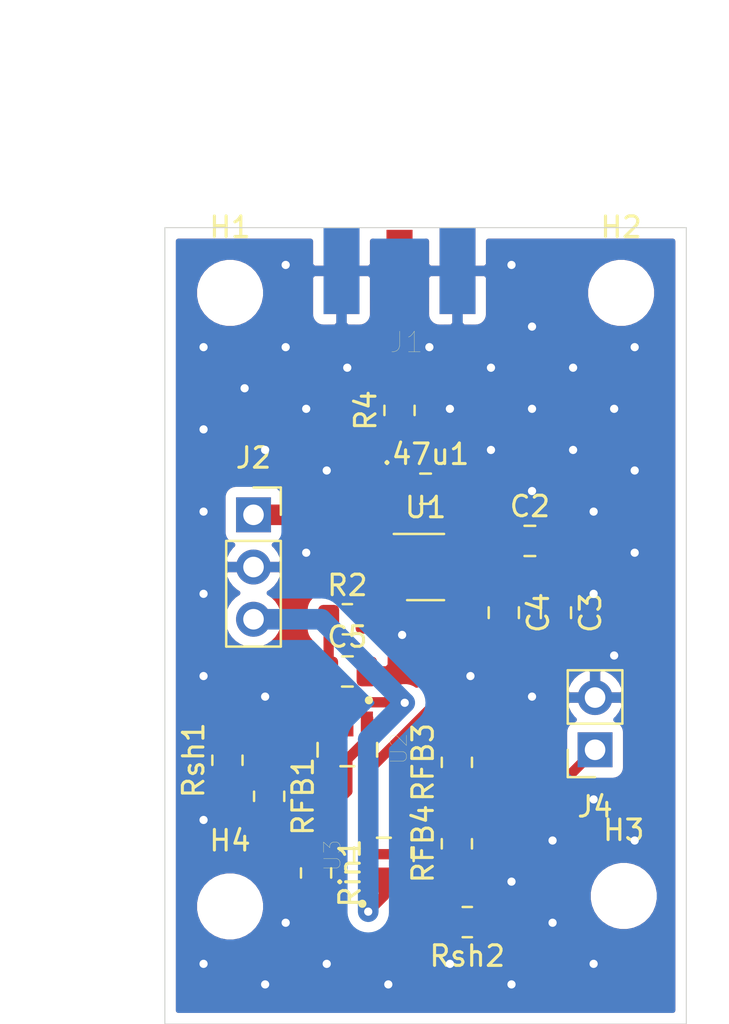
<source format=kicad_pcb>
(kicad_pcb (version 20171130) (host pcbnew "(5.1.9)-1")

  (general
    (thickness 1.6)
    (drawings 4)
    (tracks 122)
    (zones 0)
    (modules 23)
    (nets 15)
  )

  (page A4)
  (layers
    (0 F.Cu signal)
    (31 B.Cu signal)
    (32 B.Adhes user)
    (33 F.Adhes user)
    (34 B.Paste user)
    (35 F.Paste user)
    (36 B.SilkS user)
    (37 F.SilkS user)
    (38 B.Mask user)
    (39 F.Mask user)
    (40 Dwgs.User user)
    (41 Cmts.User user)
    (42 Eco1.User user)
    (43 Eco2.User user)
    (44 Edge.Cuts user)
    (45 Margin user)
    (46 B.CrtYd user)
    (47 F.CrtYd user)
    (48 B.Fab user)
    (49 F.Fab user)
  )

  (setup
    (last_trace_width 0.25)
    (user_trace_width 0.5)
    (user_trace_width 0.75)
    (user_trace_width 1)
    (trace_clearance 0.2)
    (zone_clearance 0.508)
    (zone_45_only no)
    (trace_min 0.2)
    (via_size 0.8)
    (via_drill 0.4)
    (via_min_size 0.4)
    (via_min_drill 0.3)
    (uvia_size 0.3)
    (uvia_drill 0.1)
    (uvias_allowed no)
    (uvia_min_size 0.2)
    (uvia_min_drill 0.1)
    (edge_width 0.05)
    (segment_width 0.2)
    (pcb_text_width 0.3)
    (pcb_text_size 1.5 1.5)
    (mod_edge_width 0.12)
    (mod_text_size 1 1)
    (mod_text_width 0.15)
    (pad_size 1.524 1.524)
    (pad_drill 0.762)
    (pad_to_mask_clearance 0)
    (aux_axis_origin 0 0)
    (visible_elements 7FFFFFFF)
    (pcbplotparams
      (layerselection 0x010fc_ffffffff)
      (usegerberextensions false)
      (usegerberattributes true)
      (usegerberadvancedattributes true)
      (creategerberjobfile true)
      (excludeedgelayer true)
      (linewidth 0.100000)
      (plotframeref false)
      (viasonmask false)
      (mode 1)
      (useauxorigin false)
      (hpglpennumber 1)
      (hpglpenspeed 20)
      (hpglpendiameter 15.000000)
      (psnegative false)
      (psa4output false)
      (plotreference true)
      (plotvalue true)
      (plotinvisibletext false)
      (padsonsilk false)
      (subtractmaskfromsilk false)
      (outputformat 1)
      (mirror false)
      (drillshape 0)
      (scaleselection 1)
      (outputdirectory "Gerber/"))
  )

  (net 0 "")
  (net 1 VCC)
  (net 2 "Net-(C2-Pad1)")
  (net 3 GND)
  (net 4 "Net-(C5-Pad1)")
  (net 5 "Net-(J1-Pad1)")
  (net 6 VEE)
  (net 7 "Net-(J4-Pad1)")
  (net 8 "Net-(R2-Pad2)")
  (net 9 "Net-(RFB1-Pad2)")
  (net 10 "Net-(RFB1-Pad1)")
  (net 11 "Net-(RFB3-Pad1)")
  (net 12 "Net-(Rin1-Pad2)")
  (net 13 "Net-(.47u1-Pad2)")
  (net 14 "Net-(.47u1-Pad1)")

  (net_class Default "This is the default net class."
    (clearance 0.2)
    (trace_width 0.25)
    (via_dia 0.8)
    (via_drill 0.4)
    (uvia_dia 0.3)
    (uvia_drill 0.1)
    (add_net GND)
    (add_net "Net-(.47u1-Pad1)")
    (add_net "Net-(.47u1-Pad2)")
    (add_net "Net-(C2-Pad1)")
    (add_net "Net-(C5-Pad1)")
    (add_net "Net-(J1-Pad1)")
    (add_net "Net-(J4-Pad1)")
    (add_net "Net-(R2-Pad2)")
    (add_net "Net-(RFB1-Pad1)")
    (add_net "Net-(RFB1-Pad2)")
    (add_net "Net-(RFB3-Pad1)")
    (add_net "Net-(Rin1-Pad2)")
    (add_net VCC)
    (add_net VEE)
  )

  (module AdditionalLibs:SOT95P280X145-5N (layer F.Cu) (tedit 601AE686) (tstamp 60528F95)
    (at 117.348 104.14 90)
    (path /605221CE)
    (fp_text reference U3 (at -0.06 -2.508 90) (layer F.SilkS)
      (effects (font (size 0.8 0.8) (thickness 0.015)))
    )
    (fp_text value LMV116MF (at 5.528 2.508 90) (layer F.Fab)
      (effects (font (size 0.8 0.8) (thickness 0.015)))
    )
    (fp_circle (center -2.41 -1.05) (end -2.31 -1.05) (layer F.SilkS) (width 0.2))
    (fp_circle (center -2.41 -1.05) (end -2.31 -1.05) (layer F.Fab) (width 0.2))
    (fp_line (start -0.33 -1.45) (end 0.33 -1.45) (layer F.SilkS) (width 0.127))
    (fp_line (start 0.8 -0.335) (end 0.8 0.335) (layer F.SilkS) (width 0.127))
    (fp_line (start 0.33 1.45) (end -0.33 1.45) (layer F.SilkS) (width 0.127))
    (fp_line (start -0.8 1.45) (end -0.8 -1.45) (layer F.Fab) (width 0.127))
    (fp_line (start 0.8 -1.45) (end 0.8 1.45) (layer F.Fab) (width 0.127))
    (fp_line (start -0.8 -1.45) (end 0.8 -1.45) (layer F.Fab) (width 0.127))
    (fp_line (start 0.8 1.45) (end -0.8 1.45) (layer F.Fab) (width 0.127))
    (fp_line (start -2.11 -1.7) (end 2.11 -1.7) (layer F.CrtYd) (width 0.05))
    (fp_line (start 2.11 -1.7) (end 2.11 1.7) (layer F.CrtYd) (width 0.05))
    (fp_line (start 2.11 1.7) (end -2.11 1.7) (layer F.CrtYd) (width 0.05))
    (fp_line (start -2.11 1.7) (end -2.11 -1.7) (layer F.CrtYd) (width 0.05))
    (pad 5 smd rect (at 1.255 -0.95 90) (size 1.21 0.59) (layers F.Cu F.Paste F.Mask)
      (net 1 VCC))
    (pad 4 smd rect (at 1.255 0.95 90) (size 1.21 0.59) (layers F.Cu F.Paste F.Mask)
      (net 11 "Net-(RFB3-Pad1)"))
    (pad 3 smd rect (at -1.255 0.95 90) (size 1.21 0.59) (layers F.Cu F.Paste F.Mask)
      (net 12 "Net-(Rin1-Pad2)"))
    (pad 2 smd rect (at -1.255 0 90) (size 1.21 0.59) (layers F.Cu F.Paste F.Mask)
      (net 6 VEE))
    (pad 1 smd rect (at -1.255 -0.95 90) (size 1.21 0.59) (layers F.Cu F.Paste F.Mask)
      (net 7 "Net-(J4-Pad1)"))
  )

  (module AdditionalLibs:SOT95P280X145-5N (layer F.Cu) (tedit 601AE686) (tstamp 60528F7F)
    (at 115.57 99.06 270)
    (path /60521EF1)
    (fp_text reference U2 (at -0.06 -2.508 90) (layer F.SilkS)
      (effects (font (size 0.8 0.8) (thickness 0.015)))
    )
    (fp_text value LMV116MF (at 5.528 2.508 90) (layer F.Fab)
      (effects (font (size 0.8 0.8) (thickness 0.015)))
    )
    (fp_circle (center -2.41 -1.05) (end -2.31 -1.05) (layer F.SilkS) (width 0.2))
    (fp_circle (center -2.41 -1.05) (end -2.31 -1.05) (layer F.Fab) (width 0.2))
    (fp_line (start -0.33 -1.45) (end 0.33 -1.45) (layer F.SilkS) (width 0.127))
    (fp_line (start 0.8 -0.335) (end 0.8 0.335) (layer F.SilkS) (width 0.127))
    (fp_line (start 0.33 1.45) (end -0.33 1.45) (layer F.SilkS) (width 0.127))
    (fp_line (start -0.8 1.45) (end -0.8 -1.45) (layer F.Fab) (width 0.127))
    (fp_line (start 0.8 -1.45) (end 0.8 1.45) (layer F.Fab) (width 0.127))
    (fp_line (start -0.8 -1.45) (end 0.8 -1.45) (layer F.Fab) (width 0.127))
    (fp_line (start 0.8 1.45) (end -0.8 1.45) (layer F.Fab) (width 0.127))
    (fp_line (start -2.11 -1.7) (end 2.11 -1.7) (layer F.CrtYd) (width 0.05))
    (fp_line (start 2.11 -1.7) (end 2.11 1.7) (layer F.CrtYd) (width 0.05))
    (fp_line (start 2.11 1.7) (end -2.11 1.7) (layer F.CrtYd) (width 0.05))
    (fp_line (start -2.11 1.7) (end -2.11 -1.7) (layer F.CrtYd) (width 0.05))
    (pad 5 smd rect (at 1.255 -0.95 270) (size 1.21 0.59) (layers F.Cu F.Paste F.Mask)
      (net 1 VCC))
    (pad 4 smd rect (at 1.255 0.95 270) (size 1.21 0.59) (layers F.Cu F.Paste F.Mask)
      (net 10 "Net-(RFB1-Pad1)"))
    (pad 3 smd rect (at -1.255 0.95 270) (size 1.21 0.59) (layers F.Cu F.Paste F.Mask)
      (net 4 "Net-(C5-Pad1)"))
    (pad 2 smd rect (at -1.255 0 270) (size 1.21 0.59) (layers F.Cu F.Paste F.Mask)
      (net 6 VEE))
    (pad 1 smd rect (at -1.255 -0.95 270) (size 1.21 0.59) (layers F.Cu F.Paste F.Mask)
      (net 9 "Net-(RFB1-Pad2)"))
  )

  (module AdditionalLibs:SAMTEC_SMA-J-P-H-ST-EM1 (layer F.Cu) (tedit 60249D12) (tstamp 60528E9E)
    (at 118.11 75.565 180)
    (path /6052E768)
    (fp_text reference J1 (at -0.34105 -3.66967) (layer F.SilkS)
      (effects (font (size 1 1) (thickness 0.015)))
    )
    (fp_text value SMA-J-P-H-ST-EM1 (at 11.20429 12.3677) (layer F.Fab)
      (effects (font (size 1 1) (thickness 0.015)))
    )
    (fp_line (start 3.165 1.9) (end 3.165 11.42) (layer F.Fab) (width 0.1))
    (fp_line (start 3.165 11.42) (end -3.165 11.42) (layer F.Fab) (width 0.1))
    (fp_line (start -3.165 11.42) (end -3.165 1.9) (layer F.Fab) (width 0.1))
    (fp_line (start -5 1.9) (end -3.165 1.9) (layer F.Fab) (width 0.1))
    (fp_line (start -3.165 1.9) (end 3.165 1.9) (layer F.Fab) (width 0.1))
    (fp_line (start 3.165 1.9) (end 5 1.9) (layer F.Fab) (width 0.1))
    (fp_line (start -3.165 1.9) (end -3.175 -1.91) (layer F.Fab) (width 0.1))
    (fp_line (start -3.175 -1.91) (end 3.175 -1.91) (layer F.Fab) (width 0.1))
    (fp_line (start 3.175 -1.91) (end 3.165 1.9) (layer F.Fab) (width 0.1))
    (fp_line (start -3.75 -2.55) (end 3.75 -2.55) (layer F.CrtYd) (width 0.05))
    (fp_line (start 3.75 -2.55) (end 3.75 2.15) (layer F.CrtYd) (width 0.05))
    (fp_line (start 3.75 2.15) (end 3.415 2.15) (layer F.CrtYd) (width 0.05))
    (fp_line (start 3.415 2.15) (end 3.415 11.67) (layer F.CrtYd) (width 0.05))
    (fp_line (start 3.415 11.67) (end -3.415 11.67) (layer F.CrtYd) (width 0.05))
    (fp_line (start -3.415 11.67) (end -3.415 2.15) (layer F.CrtYd) (width 0.05))
    (fp_line (start -3.415 2.15) (end -3.75 2.15) (layer F.CrtYd) (width 0.05))
    (fp_line (start -3.75 2.15) (end -3.75 -2.55) (layer F.CrtYd) (width 0.05))
    (fp_text user PCB~EDGE (at 4.30403 1.70159) (layer F.Fab)
      (effects (font (size 0.48 0.48) (thickness 0.015)))
    )
    (pad 3_2 smd rect (at 2.825 -0.2 180) (size 1.75 4.2) (layers B.Cu B.Paste B.Mask)
      (net 3 GND))
    (pad 2_2 smd rect (at -2.825 -0.2 180) (size 1.75 4.2) (layers B.Cu B.Paste B.Mask)
      (net 3 GND))
    (pad 3_1 smd rect (at 2.825 -0.2 180) (size 1.75 4.2) (layers F.Cu F.Paste F.Mask)
      (net 3 GND))
    (pad 2_1 smd rect (at -2.825 -0.2 180) (size 1.75 4.2) (layers F.Cu F.Paste F.Mask)
      (net 3 GND))
    (pad 1 smd rect (at 0 0 180) (size 1.27 3.6) (layers F.Cu F.Paste F.Mask)
      (net 5 "Net-(J1-Pad1)"))
  )

  (module Capacitor_SMD:C_0805_2012Metric (layer F.Cu) (tedit 5F68FEEE) (tstamp 605298DD)
    (at 119.38 86.36)
    (descr "Capacitor SMD 0805 (2012 Metric), square (rectangular) end terminal, IPC_7351 nominal, (Body size source: IPC-SM-782 page 76, https://www.pcb-3d.com/wordpress/wp-content/uploads/ipc-sm-782a_amendment_1_and_2.pdf, https://docs.google.com/spreadsheets/d/1BsfQQcO9C6DZCsRaXUlFlo91Tg2WpOkGARC1WS5S8t0/edit?usp=sharing), generated with kicad-footprint-generator")
    (tags capacitor)
    (path /6055B0B2)
    (attr smd)
    (fp_text reference .47u1 (at 0 -1.68) (layer F.SilkS)
      (effects (font (size 1 1) (thickness 0.15)))
    )
    (fp_text value C1 (at 0 1.68) (layer F.Fab)
      (effects (font (size 1 1) (thickness 0.15)))
    )
    (fp_line (start -1 0.625) (end -1 -0.625) (layer F.Fab) (width 0.1))
    (fp_line (start -1 -0.625) (end 1 -0.625) (layer F.Fab) (width 0.1))
    (fp_line (start 1 -0.625) (end 1 0.625) (layer F.Fab) (width 0.1))
    (fp_line (start 1 0.625) (end -1 0.625) (layer F.Fab) (width 0.1))
    (fp_line (start -0.261252 -0.735) (end 0.261252 -0.735) (layer F.SilkS) (width 0.12))
    (fp_line (start -0.261252 0.735) (end 0.261252 0.735) (layer F.SilkS) (width 0.12))
    (fp_line (start -1.7 0.98) (end -1.7 -0.98) (layer F.CrtYd) (width 0.05))
    (fp_line (start -1.7 -0.98) (end 1.7 -0.98) (layer F.CrtYd) (width 0.05))
    (fp_line (start 1.7 -0.98) (end 1.7 0.98) (layer F.CrtYd) (width 0.05))
    (fp_line (start 1.7 0.98) (end -1.7 0.98) (layer F.CrtYd) (width 0.05))
    (fp_text user %R (at 0 0) (layer F.Fab)
      (effects (font (size 0.5 0.5) (thickness 0.08)))
    )
    (pad 2 smd roundrect (at 0.95 0) (size 1 1.45) (layers F.Cu F.Paste F.Mask) (roundrect_rratio 0.25)
      (net 13 "Net-(.47u1-Pad2)"))
    (pad 1 smd roundrect (at -0.95 0) (size 1 1.45) (layers F.Cu F.Paste F.Mask) (roundrect_rratio 0.25)
      (net 14 "Net-(.47u1-Pad1)"))
    (model ${KISYS3DMOD}/Capacitor_SMD.3dshapes/C_0805_2012Metric.wrl
      (at (xyz 0 0 0))
      (scale (xyz 1 1 1))
      (rotate (xyz 0 0 0))
    )
  )

  (module Package_TO_SOT_SMD:SOT-23-6 (layer F.Cu) (tedit 5A02FF57) (tstamp 60528F69)
    (at 119.38 90.17)
    (descr "6-pin SOT-23 package")
    (tags SOT-23-6)
    (path /60525038)
    (attr smd)
    (fp_text reference U1 (at 0 -2.9) (layer F.SilkS)
      (effects (font (size 1 1) (thickness 0.15)))
    )
    (fp_text value LTC5507 (at 0 2.9) (layer F.Fab)
      (effects (font (size 1 1) (thickness 0.15)))
    )
    (fp_line (start -0.9 1.61) (end 0.9 1.61) (layer F.SilkS) (width 0.12))
    (fp_line (start 0.9 -1.61) (end -1.55 -1.61) (layer F.SilkS) (width 0.12))
    (fp_line (start 1.9 -1.8) (end -1.9 -1.8) (layer F.CrtYd) (width 0.05))
    (fp_line (start 1.9 1.8) (end 1.9 -1.8) (layer F.CrtYd) (width 0.05))
    (fp_line (start -1.9 1.8) (end 1.9 1.8) (layer F.CrtYd) (width 0.05))
    (fp_line (start -1.9 -1.8) (end -1.9 1.8) (layer F.CrtYd) (width 0.05))
    (fp_line (start -0.9 -0.9) (end -0.25 -1.55) (layer F.Fab) (width 0.1))
    (fp_line (start 0.9 -1.55) (end -0.25 -1.55) (layer F.Fab) (width 0.1))
    (fp_line (start -0.9 -0.9) (end -0.9 1.55) (layer F.Fab) (width 0.1))
    (fp_line (start 0.9 1.55) (end -0.9 1.55) (layer F.Fab) (width 0.1))
    (fp_line (start 0.9 -1.55) (end 0.9 1.55) (layer F.Fab) (width 0.1))
    (fp_text user %R (at 0 0 90) (layer F.Fab)
      (effects (font (size 0.5 0.5) (thickness 0.075)))
    )
    (pad 5 smd rect (at 1.1 0) (size 1.06 0.65) (layers F.Cu F.Paste F.Mask)
      (net 2 "Net-(C2-Pad1)"))
    (pad 6 smd rect (at 1.1 -0.95) (size 1.06 0.65) (layers F.Cu F.Paste F.Mask)
      (net 13 "Net-(.47u1-Pad2)"))
    (pad 4 smd rect (at 1.1 0.95) (size 1.06 0.65) (layers F.Cu F.Paste F.Mask)
      (net 1 VCC))
    (pad 3 smd rect (at -1.1 0.95) (size 1.06 0.65) (layers F.Cu F.Paste F.Mask)
      (net 8 "Net-(R2-Pad2)"))
    (pad 2 smd rect (at -1.1 0) (size 1.06 0.65) (layers F.Cu F.Paste F.Mask)
      (net 3 GND))
    (pad 1 smd rect (at -1.1 -0.95) (size 1.06 0.65) (layers F.Cu F.Paste F.Mask)
      (net 1 VCC))
    (model ${KISYS3DMOD}/Package_TO_SOT_SMD.3dshapes/SOT-23-6.wrl
      (at (xyz 0 0 0))
      (scale (xyz 1 1 1))
      (rotate (xyz 0 0 0))
    )
  )

  (module Resistor_SMD:R_0805_2012Metric (layer F.Cu) (tedit 5F68FEEE) (tstamp 60528F53)
    (at 121.412 107.442 180)
    (descr "Resistor SMD 0805 (2012 Metric), square (rectangular) end terminal, IPC_7351 nominal, (Body size source: IPC-SM-782 page 72, https://www.pcb-3d.com/wordpress/wp-content/uploads/ipc-sm-782a_amendment_1_and_2.pdf), generated with kicad-footprint-generator")
    (tags resistor)
    (path /60546F42)
    (attr smd)
    (fp_text reference Rsh2 (at 0 -1.65) (layer F.SilkS)
      (effects (font (size 1 1) (thickness 0.15)))
    )
    (fp_text value 1k (at 0 1.65) (layer F.Fab)
      (effects (font (size 1 1) (thickness 0.15)))
    )
    (fp_line (start -1 0.625) (end -1 -0.625) (layer F.Fab) (width 0.1))
    (fp_line (start -1 -0.625) (end 1 -0.625) (layer F.Fab) (width 0.1))
    (fp_line (start 1 -0.625) (end 1 0.625) (layer F.Fab) (width 0.1))
    (fp_line (start 1 0.625) (end -1 0.625) (layer F.Fab) (width 0.1))
    (fp_line (start -0.227064 -0.735) (end 0.227064 -0.735) (layer F.SilkS) (width 0.12))
    (fp_line (start -0.227064 0.735) (end 0.227064 0.735) (layer F.SilkS) (width 0.12))
    (fp_line (start -1.68 0.95) (end -1.68 -0.95) (layer F.CrtYd) (width 0.05))
    (fp_line (start -1.68 -0.95) (end 1.68 -0.95) (layer F.CrtYd) (width 0.05))
    (fp_line (start 1.68 -0.95) (end 1.68 0.95) (layer F.CrtYd) (width 0.05))
    (fp_line (start 1.68 0.95) (end -1.68 0.95) (layer F.CrtYd) (width 0.05))
    (fp_text user %R (at 0 0) (layer F.Fab)
      (effects (font (size 0.5 0.5) (thickness 0.08)))
    )
    (pad 2 smd roundrect (at 0.9125 0 180) (size 1.025 1.4) (layers F.Cu F.Paste F.Mask) (roundrect_rratio 0.2439014634146341)
      (net 12 "Net-(Rin1-Pad2)"))
    (pad 1 smd roundrect (at -0.9125 0 180) (size 1.025 1.4) (layers F.Cu F.Paste F.Mask) (roundrect_rratio 0.2439014634146341)
      (net 3 GND))
    (model ${KISYS3DMOD}/Resistor_SMD.3dshapes/R_0805_2012Metric.wrl
      (at (xyz 0 0 0))
      (scale (xyz 1 1 1))
      (rotate (xyz 0 0 0))
    )
  )

  (module Resistor_SMD:R_0805_2012Metric (layer F.Cu) (tedit 5F68FEEE) (tstamp 60528F42)
    (at 109.728 99.568 90)
    (descr "Resistor SMD 0805 (2012 Metric), square (rectangular) end terminal, IPC_7351 nominal, (Body size source: IPC-SM-782 page 72, https://www.pcb-3d.com/wordpress/wp-content/uploads/ipc-sm-782a_amendment_1_and_2.pdf), generated with kicad-footprint-generator")
    (tags resistor)
    (path /6053DF7F)
    (attr smd)
    (fp_text reference Rsh1 (at 0 -1.65 90) (layer F.SilkS)
      (effects (font (size 1 1) (thickness 0.15)))
    )
    (fp_text value 1k (at 0 1.65 90) (layer F.Fab)
      (effects (font (size 1 1) (thickness 0.15)))
    )
    (fp_line (start -1 0.625) (end -1 -0.625) (layer F.Fab) (width 0.1))
    (fp_line (start -1 -0.625) (end 1 -0.625) (layer F.Fab) (width 0.1))
    (fp_line (start 1 -0.625) (end 1 0.625) (layer F.Fab) (width 0.1))
    (fp_line (start 1 0.625) (end -1 0.625) (layer F.Fab) (width 0.1))
    (fp_line (start -0.227064 -0.735) (end 0.227064 -0.735) (layer F.SilkS) (width 0.12))
    (fp_line (start -0.227064 0.735) (end 0.227064 0.735) (layer F.SilkS) (width 0.12))
    (fp_line (start -1.68 0.95) (end -1.68 -0.95) (layer F.CrtYd) (width 0.05))
    (fp_line (start -1.68 -0.95) (end 1.68 -0.95) (layer F.CrtYd) (width 0.05))
    (fp_line (start 1.68 -0.95) (end 1.68 0.95) (layer F.CrtYd) (width 0.05))
    (fp_line (start 1.68 0.95) (end -1.68 0.95) (layer F.CrtYd) (width 0.05))
    (fp_text user %R (at 0 0 90) (layer F.Fab)
      (effects (font (size 0.5 0.5) (thickness 0.08)))
    )
    (pad 2 smd roundrect (at 0.9125 0 90) (size 1.025 1.4) (layers F.Cu F.Paste F.Mask) (roundrect_rratio 0.2439014634146341)
      (net 3 GND))
    (pad 1 smd roundrect (at -0.9125 0 90) (size 1.025 1.4) (layers F.Cu F.Paste F.Mask) (roundrect_rratio 0.2439014634146341)
      (net 10 "Net-(RFB1-Pad1)"))
    (model ${KISYS3DMOD}/Resistor_SMD.3dshapes/R_0805_2012Metric.wrl
      (at (xyz 0 0 0))
      (scale (xyz 1 1 1))
      (rotate (xyz 0 0 0))
    )
  )

  (module Resistor_SMD:R_0805_2012Metric (layer F.Cu) (tedit 5F68FEEE) (tstamp 60528F31)
    (at 114.046 105.0525 270)
    (descr "Resistor SMD 0805 (2012 Metric), square (rectangular) end terminal, IPC_7351 nominal, (Body size source: IPC-SM-782 page 72, https://www.pcb-3d.com/wordpress/wp-content/uploads/ipc-sm-782a_amendment_1_and_2.pdf), generated with kicad-footprint-generator")
    (tags resistor)
    (path /6054564E)
    (attr smd)
    (fp_text reference Rin1 (at 0 -1.65 90) (layer F.SilkS)
      (effects (font (size 1 1) (thickness 0.15)))
    )
    (fp_text value 1k (at 0 1.65 90) (layer F.Fab)
      (effects (font (size 1 1) (thickness 0.15)))
    )
    (fp_line (start -1 0.625) (end -1 -0.625) (layer F.Fab) (width 0.1))
    (fp_line (start -1 -0.625) (end 1 -0.625) (layer F.Fab) (width 0.1))
    (fp_line (start 1 -0.625) (end 1 0.625) (layer F.Fab) (width 0.1))
    (fp_line (start 1 0.625) (end -1 0.625) (layer F.Fab) (width 0.1))
    (fp_line (start -0.227064 -0.735) (end 0.227064 -0.735) (layer F.SilkS) (width 0.12))
    (fp_line (start -0.227064 0.735) (end 0.227064 0.735) (layer F.SilkS) (width 0.12))
    (fp_line (start -1.68 0.95) (end -1.68 -0.95) (layer F.CrtYd) (width 0.05))
    (fp_line (start -1.68 -0.95) (end 1.68 -0.95) (layer F.CrtYd) (width 0.05))
    (fp_line (start 1.68 -0.95) (end 1.68 0.95) (layer F.CrtYd) (width 0.05))
    (fp_line (start 1.68 0.95) (end -1.68 0.95) (layer F.CrtYd) (width 0.05))
    (fp_text user %R (at 0 0 90) (layer F.Fab)
      (effects (font (size 0.5 0.5) (thickness 0.08)))
    )
    (pad 2 smd roundrect (at 0.9125 0 270) (size 1.025 1.4) (layers F.Cu F.Paste F.Mask) (roundrect_rratio 0.2439014634146341)
      (net 12 "Net-(Rin1-Pad2)"))
    (pad 1 smd roundrect (at -0.9125 0 270) (size 1.025 1.4) (layers F.Cu F.Paste F.Mask) (roundrect_rratio 0.2439014634146341)
      (net 9 "Net-(RFB1-Pad2)"))
    (model ${KISYS3DMOD}/Resistor_SMD.3dshapes/R_0805_2012Metric.wrl
      (at (xyz 0 0 0))
      (scale (xyz 1 1 1))
      (rotate (xyz 0 0 0))
    )
  )

  (module Resistor_SMD:R_0805_2012Metric (layer F.Cu) (tedit 5F68FEEE) (tstamp 60528F20)
    (at 120.904 103.632 90)
    (descr "Resistor SMD 0805 (2012 Metric), square (rectangular) end terminal, IPC_7351 nominal, (Body size source: IPC-SM-782 page 72, https://www.pcb-3d.com/wordpress/wp-content/uploads/ipc-sm-782a_amendment_1_and_2.pdf), generated with kicad-footprint-generator")
    (tags resistor)
    (path /6054AF4B)
    (attr smd)
    (fp_text reference RFB4 (at 0 -1.65 90) (layer F.SilkS)
      (effects (font (size 1 1) (thickness 0.15)))
    )
    (fp_text value 1k (at 0 1.65 90) (layer F.Fab)
      (effects (font (size 1 1) (thickness 0.15)))
    )
    (fp_line (start -1 0.625) (end -1 -0.625) (layer F.Fab) (width 0.1))
    (fp_line (start -1 -0.625) (end 1 -0.625) (layer F.Fab) (width 0.1))
    (fp_line (start 1 -0.625) (end 1 0.625) (layer F.Fab) (width 0.1))
    (fp_line (start 1 0.625) (end -1 0.625) (layer F.Fab) (width 0.1))
    (fp_line (start -0.227064 -0.735) (end 0.227064 -0.735) (layer F.SilkS) (width 0.12))
    (fp_line (start -0.227064 0.735) (end 0.227064 0.735) (layer F.SilkS) (width 0.12))
    (fp_line (start -1.68 0.95) (end -1.68 -0.95) (layer F.CrtYd) (width 0.05))
    (fp_line (start -1.68 -0.95) (end 1.68 -0.95) (layer F.CrtYd) (width 0.05))
    (fp_line (start 1.68 -0.95) (end 1.68 0.95) (layer F.CrtYd) (width 0.05))
    (fp_line (start 1.68 0.95) (end -1.68 0.95) (layer F.CrtYd) (width 0.05))
    (fp_text user %R (at 0 0 90) (layer F.Fab)
      (effects (font (size 0.5 0.5) (thickness 0.08)))
    )
    (pad 2 smd roundrect (at 0.9125 0 90) (size 1.025 1.4) (layers F.Cu F.Paste F.Mask) (roundrect_rratio 0.2439014634146341)
      (net 11 "Net-(RFB3-Pad1)"))
    (pad 1 smd roundrect (at -0.9125 0 90) (size 1.025 1.4) (layers F.Cu F.Paste F.Mask) (roundrect_rratio 0.2439014634146341)
      (net 7 "Net-(J4-Pad1)"))
    (model ${KISYS3DMOD}/Resistor_SMD.3dshapes/R_0805_2012Metric.wrl
      (at (xyz 0 0 0))
      (scale (xyz 1 1 1))
      (rotate (xyz 0 0 0))
    )
  )

  (module Resistor_SMD:R_0805_2012Metric (layer F.Cu) (tedit 5F68FEEE) (tstamp 60528F0F)
    (at 120.904 99.6715 90)
    (descr "Resistor SMD 0805 (2012 Metric), square (rectangular) end terminal, IPC_7351 nominal, (Body size source: IPC-SM-782 page 72, https://www.pcb-3d.com/wordpress/wp-content/uploads/ipc-sm-782a_amendment_1_and_2.pdf), generated with kicad-footprint-generator")
    (tags resistor)
    (path /60549ADD)
    (attr smd)
    (fp_text reference RFB3 (at 0 -1.65 90) (layer F.SilkS)
      (effects (font (size 1 1) (thickness 0.15)))
    )
    (fp_text value 1k (at 0 1.65 90) (layer F.Fab)
      (effects (font (size 1 1) (thickness 0.15)))
    )
    (fp_line (start -1 0.625) (end -1 -0.625) (layer F.Fab) (width 0.1))
    (fp_line (start -1 -0.625) (end 1 -0.625) (layer F.Fab) (width 0.1))
    (fp_line (start 1 -0.625) (end 1 0.625) (layer F.Fab) (width 0.1))
    (fp_line (start 1 0.625) (end -1 0.625) (layer F.Fab) (width 0.1))
    (fp_line (start -0.227064 -0.735) (end 0.227064 -0.735) (layer F.SilkS) (width 0.12))
    (fp_line (start -0.227064 0.735) (end 0.227064 0.735) (layer F.SilkS) (width 0.12))
    (fp_line (start -1.68 0.95) (end -1.68 -0.95) (layer F.CrtYd) (width 0.05))
    (fp_line (start -1.68 -0.95) (end 1.68 -0.95) (layer F.CrtYd) (width 0.05))
    (fp_line (start 1.68 -0.95) (end 1.68 0.95) (layer F.CrtYd) (width 0.05))
    (fp_line (start 1.68 0.95) (end -1.68 0.95) (layer F.CrtYd) (width 0.05))
    (fp_text user %R (at 0 0 90) (layer F.Fab)
      (effects (font (size 0.5 0.5) (thickness 0.08)))
    )
    (pad 2 smd roundrect (at 0.9125 0 90) (size 1.025 1.4) (layers F.Cu F.Paste F.Mask) (roundrect_rratio 0.2439014634146341)
      (net 1 VCC))
    (pad 1 smd roundrect (at -0.9125 0 90) (size 1.025 1.4) (layers F.Cu F.Paste F.Mask) (roundrect_rratio 0.2439014634146341)
      (net 11 "Net-(RFB3-Pad1)"))
    (model ${KISYS3DMOD}/Resistor_SMD.3dshapes/R_0805_2012Metric.wrl
      (at (xyz 0 0 0))
      (scale (xyz 1 1 1))
      (rotate (xyz 0 0 0))
    )
  )

  (module Resistor_SMD:R_0805_2012Metric (layer F.Cu) (tedit 5F68FEEE) (tstamp 60528EFE)
    (at 111.76 101.3225 270)
    (descr "Resistor SMD 0805 (2012 Metric), square (rectangular) end terminal, IPC_7351 nominal, (Body size source: IPC-SM-782 page 72, https://www.pcb-3d.com/wordpress/wp-content/uploads/ipc-sm-782a_amendment_1_and_2.pdf), generated with kicad-footprint-generator")
    (tags resistor)
    (path /6053BA27)
    (attr smd)
    (fp_text reference RFB1 (at 0 -1.65 90) (layer F.SilkS)
      (effects (font (size 1 1) (thickness 0.15)))
    )
    (fp_text value 3.3k (at 0 1.65 90) (layer F.Fab)
      (effects (font (size 1 1) (thickness 0.15)))
    )
    (fp_line (start -1 0.625) (end -1 -0.625) (layer F.Fab) (width 0.1))
    (fp_line (start -1 -0.625) (end 1 -0.625) (layer F.Fab) (width 0.1))
    (fp_line (start 1 -0.625) (end 1 0.625) (layer F.Fab) (width 0.1))
    (fp_line (start 1 0.625) (end -1 0.625) (layer F.Fab) (width 0.1))
    (fp_line (start -0.227064 -0.735) (end 0.227064 -0.735) (layer F.SilkS) (width 0.12))
    (fp_line (start -0.227064 0.735) (end 0.227064 0.735) (layer F.SilkS) (width 0.12))
    (fp_line (start -1.68 0.95) (end -1.68 -0.95) (layer F.CrtYd) (width 0.05))
    (fp_line (start -1.68 -0.95) (end 1.68 -0.95) (layer F.CrtYd) (width 0.05))
    (fp_line (start 1.68 -0.95) (end 1.68 0.95) (layer F.CrtYd) (width 0.05))
    (fp_line (start 1.68 0.95) (end -1.68 0.95) (layer F.CrtYd) (width 0.05))
    (fp_text user %R (at 0 0 90) (layer F.Fab)
      (effects (font (size 0.5 0.5) (thickness 0.08)))
    )
    (pad 2 smd roundrect (at 0.9125 0 270) (size 1.025 1.4) (layers F.Cu F.Paste F.Mask) (roundrect_rratio 0.2439014634146341)
      (net 9 "Net-(RFB1-Pad2)"))
    (pad 1 smd roundrect (at -0.9125 0 270) (size 1.025 1.4) (layers F.Cu F.Paste F.Mask) (roundrect_rratio 0.2439014634146341)
      (net 10 "Net-(RFB1-Pad1)"))
    (model ${KISYS3DMOD}/Resistor_SMD.3dshapes/R_0805_2012Metric.wrl
      (at (xyz 0 0 0))
      (scale (xyz 1 1 1))
      (rotate (xyz 0 0 0))
    )
  )

  (module Resistor_SMD:R_0805_2012Metric (layer F.Cu) (tedit 5F68FEEE) (tstamp 60528EED)
    (at 118.11 82.55 90)
    (descr "Resistor SMD 0805 (2012 Metric), square (rectangular) end terminal, IPC_7351 nominal, (Body size source: IPC-SM-782 page 72, https://www.pcb-3d.com/wordpress/wp-content/uploads/ipc-sm-782a_amendment_1_and_2.pdf), generated with kicad-footprint-generator")
    (tags resistor)
    (path /6052CAF3)
    (attr smd)
    (fp_text reference R4 (at 0 -1.65 90) (layer F.SilkS)
      (effects (font (size 1 1) (thickness 0.15)))
    )
    (fp_text value 10 (at 0 1.65 90) (layer F.Fab)
      (effects (font (size 1 1) (thickness 0.15)))
    )
    (fp_line (start -1 0.625) (end -1 -0.625) (layer F.Fab) (width 0.1))
    (fp_line (start -1 -0.625) (end 1 -0.625) (layer F.Fab) (width 0.1))
    (fp_line (start 1 -0.625) (end 1 0.625) (layer F.Fab) (width 0.1))
    (fp_line (start 1 0.625) (end -1 0.625) (layer F.Fab) (width 0.1))
    (fp_line (start -0.227064 -0.735) (end 0.227064 -0.735) (layer F.SilkS) (width 0.12))
    (fp_line (start -0.227064 0.735) (end 0.227064 0.735) (layer F.SilkS) (width 0.12))
    (fp_line (start -1.68 0.95) (end -1.68 -0.95) (layer F.CrtYd) (width 0.05))
    (fp_line (start -1.68 -0.95) (end 1.68 -0.95) (layer F.CrtYd) (width 0.05))
    (fp_line (start 1.68 -0.95) (end 1.68 0.95) (layer F.CrtYd) (width 0.05))
    (fp_line (start 1.68 0.95) (end -1.68 0.95) (layer F.CrtYd) (width 0.05))
    (fp_text user %R (at 0 0 90) (layer F.Fab)
      (effects (font (size 0.5 0.5) (thickness 0.08)))
    )
    (pad 2 smd roundrect (at 0.9125 0 90) (size 1.025 1.4) (layers F.Cu F.Paste F.Mask) (roundrect_rratio 0.2439014634146341)
      (net 5 "Net-(J1-Pad1)"))
    (pad 1 smd roundrect (at -0.9125 0 90) (size 1.025 1.4) (layers F.Cu F.Paste F.Mask) (roundrect_rratio 0.2439014634146341)
      (net 14 "Net-(.47u1-Pad1)"))
    (model ${KISYS3DMOD}/Resistor_SMD.3dshapes/R_0805_2012Metric.wrl
      (at (xyz 0 0 0))
      (scale (xyz 1 1 1))
      (rotate (xyz 0 0 0))
    )
  )

  (module Resistor_SMD:R_0805_2012Metric (layer F.Cu) (tedit 5F68FEEE) (tstamp 60528EDC)
    (at 115.57 92.71)
    (descr "Resistor SMD 0805 (2012 Metric), square (rectangular) end terminal, IPC_7351 nominal, (Body size source: IPC-SM-782 page 72, https://www.pcb-3d.com/wordpress/wp-content/uploads/ipc-sm-782a_amendment_1_and_2.pdf), generated with kicad-footprint-generator")
    (tags resistor)
    (path /60537D1C)
    (attr smd)
    (fp_text reference R2 (at 0 -1.65) (layer F.SilkS)
      (effects (font (size 1 1) (thickness 0.15)))
    )
    (fp_text value 68 (at 0 1.65) (layer F.Fab)
      (effects (font (size 1 1) (thickness 0.15)))
    )
    (fp_line (start -1 0.625) (end -1 -0.625) (layer F.Fab) (width 0.1))
    (fp_line (start -1 -0.625) (end 1 -0.625) (layer F.Fab) (width 0.1))
    (fp_line (start 1 -0.625) (end 1 0.625) (layer F.Fab) (width 0.1))
    (fp_line (start 1 0.625) (end -1 0.625) (layer F.Fab) (width 0.1))
    (fp_line (start -0.227064 -0.735) (end 0.227064 -0.735) (layer F.SilkS) (width 0.12))
    (fp_line (start -0.227064 0.735) (end 0.227064 0.735) (layer F.SilkS) (width 0.12))
    (fp_line (start -1.68 0.95) (end -1.68 -0.95) (layer F.CrtYd) (width 0.05))
    (fp_line (start -1.68 -0.95) (end 1.68 -0.95) (layer F.CrtYd) (width 0.05))
    (fp_line (start 1.68 -0.95) (end 1.68 0.95) (layer F.CrtYd) (width 0.05))
    (fp_line (start 1.68 0.95) (end -1.68 0.95) (layer F.CrtYd) (width 0.05))
    (fp_text user %R (at 0 0) (layer F.Fab)
      (effects (font (size 0.5 0.5) (thickness 0.08)))
    )
    (pad 2 smd roundrect (at 0.9125 0) (size 1.025 1.4) (layers F.Cu F.Paste F.Mask) (roundrect_rratio 0.2439014634146341)
      (net 8 "Net-(R2-Pad2)"))
    (pad 1 smd roundrect (at -0.9125 0) (size 1.025 1.4) (layers F.Cu F.Paste F.Mask) (roundrect_rratio 0.2439014634146341)
      (net 4 "Net-(C5-Pad1)"))
    (model ${KISYS3DMOD}/Resistor_SMD.3dshapes/R_0805_2012Metric.wrl
      (at (xyz 0 0 0))
      (scale (xyz 1 1 1))
      (rotate (xyz 0 0 0))
    )
  )

  (module Connector_PinSocket_2.54mm:PinSocket_1x02_P2.54mm_Vertical (layer F.Cu) (tedit 5A19A420) (tstamp 60528ECB)
    (at 127.635 99.06 180)
    (descr "Through hole straight socket strip, 1x02, 2.54mm pitch, single row (from Kicad 4.0.7), script generated")
    (tags "Through hole socket strip THT 1x02 2.54mm single row")
    (path /60552323)
    (fp_text reference J4 (at 0 -2.77) (layer F.SilkS)
      (effects (font (size 1 1) (thickness 0.15)))
    )
    (fp_text value Conn_01x02 (at 0 5.31) (layer F.Fab)
      (effects (font (size 1 1) (thickness 0.15)))
    )
    (fp_line (start -1.27 -1.27) (end 0.635 -1.27) (layer F.Fab) (width 0.1))
    (fp_line (start 0.635 -1.27) (end 1.27 -0.635) (layer F.Fab) (width 0.1))
    (fp_line (start 1.27 -0.635) (end 1.27 3.81) (layer F.Fab) (width 0.1))
    (fp_line (start 1.27 3.81) (end -1.27 3.81) (layer F.Fab) (width 0.1))
    (fp_line (start -1.27 3.81) (end -1.27 -1.27) (layer F.Fab) (width 0.1))
    (fp_line (start -1.33 1.27) (end 1.33 1.27) (layer F.SilkS) (width 0.12))
    (fp_line (start -1.33 1.27) (end -1.33 3.87) (layer F.SilkS) (width 0.12))
    (fp_line (start -1.33 3.87) (end 1.33 3.87) (layer F.SilkS) (width 0.12))
    (fp_line (start 1.33 1.27) (end 1.33 3.87) (layer F.SilkS) (width 0.12))
    (fp_line (start 1.33 -1.33) (end 1.33 0) (layer F.SilkS) (width 0.12))
    (fp_line (start 0 -1.33) (end 1.33 -1.33) (layer F.SilkS) (width 0.12))
    (fp_line (start -1.8 -1.8) (end 1.75 -1.8) (layer F.CrtYd) (width 0.05))
    (fp_line (start 1.75 -1.8) (end 1.75 4.3) (layer F.CrtYd) (width 0.05))
    (fp_line (start 1.75 4.3) (end -1.8 4.3) (layer F.CrtYd) (width 0.05))
    (fp_line (start -1.8 4.3) (end -1.8 -1.8) (layer F.CrtYd) (width 0.05))
    (fp_text user %R (at 0 1.27 90) (layer F.Fab)
      (effects (font (size 1 1) (thickness 0.15)))
    )
    (pad 2 thru_hole oval (at 0 2.54 180) (size 1.7 1.7) (drill 1) (layers *.Cu *.Mask)
      (net 3 GND))
    (pad 1 thru_hole rect (at 0 0 180) (size 1.7 1.7) (drill 1) (layers *.Cu *.Mask)
      (net 7 "Net-(J4-Pad1)"))
    (model ${KISYS3DMOD}/Connector_PinSocket_2.54mm.3dshapes/PinSocket_1x02_P2.54mm_Vertical.wrl
      (at (xyz 0 0 0))
      (scale (xyz 1 1 1))
      (rotate (xyz 0 0 0))
    )
  )

  (module Connector_PinSocket_2.54mm:PinSocket_1x03_P2.54mm_Vertical (layer F.Cu) (tedit 5A19A429) (tstamp 60528EB5)
    (at 110.998 87.63)
    (descr "Through hole straight socket strip, 1x03, 2.54mm pitch, single row (from Kicad 4.0.7), script generated")
    (tags "Through hole socket strip THT 1x03 2.54mm single row")
    (path /6054E7CE)
    (fp_text reference J2 (at 0 -2.77) (layer F.SilkS)
      (effects (font (size 1 1) (thickness 0.15)))
    )
    (fp_text value Conn_01x03 (at 0 7.85) (layer F.Fab)
      (effects (font (size 1 1) (thickness 0.15)))
    )
    (fp_line (start -1.27 -1.27) (end 0.635 -1.27) (layer F.Fab) (width 0.1))
    (fp_line (start 0.635 -1.27) (end 1.27 -0.635) (layer F.Fab) (width 0.1))
    (fp_line (start 1.27 -0.635) (end 1.27 6.35) (layer F.Fab) (width 0.1))
    (fp_line (start 1.27 6.35) (end -1.27 6.35) (layer F.Fab) (width 0.1))
    (fp_line (start -1.27 6.35) (end -1.27 -1.27) (layer F.Fab) (width 0.1))
    (fp_line (start -1.33 1.27) (end 1.33 1.27) (layer F.SilkS) (width 0.12))
    (fp_line (start -1.33 1.27) (end -1.33 6.41) (layer F.SilkS) (width 0.12))
    (fp_line (start -1.33 6.41) (end 1.33 6.41) (layer F.SilkS) (width 0.12))
    (fp_line (start 1.33 1.27) (end 1.33 6.41) (layer F.SilkS) (width 0.12))
    (fp_line (start 1.33 -1.33) (end 1.33 0) (layer F.SilkS) (width 0.12))
    (fp_line (start 0 -1.33) (end 1.33 -1.33) (layer F.SilkS) (width 0.12))
    (fp_line (start -1.8 -1.8) (end 1.75 -1.8) (layer F.CrtYd) (width 0.05))
    (fp_line (start 1.75 -1.8) (end 1.75 6.85) (layer F.CrtYd) (width 0.05))
    (fp_line (start 1.75 6.85) (end -1.8 6.85) (layer F.CrtYd) (width 0.05))
    (fp_line (start -1.8 6.85) (end -1.8 -1.8) (layer F.CrtYd) (width 0.05))
    (fp_text user %R (at 0 2.54 90) (layer F.Fab)
      (effects (font (size 1 1) (thickness 0.15)))
    )
    (pad 3 thru_hole oval (at 0 5.08) (size 1.7 1.7) (drill 1) (layers *.Cu *.Mask)
      (net 6 VEE))
    (pad 2 thru_hole oval (at 0 2.54) (size 1.7 1.7) (drill 1) (layers *.Cu *.Mask)
      (net 3 GND))
    (pad 1 thru_hole rect (at 0 0) (size 1.7 1.7) (drill 1) (layers *.Cu *.Mask)
      (net 1 VCC))
    (model ${KISYS3DMOD}/Connector_PinSocket_2.54mm.3dshapes/PinSocket_1x03_P2.54mm_Vertical.wrl
      (at (xyz 0 0 0))
      (scale (xyz 1 1 1))
      (rotate (xyz 0 0 0))
    )
  )

  (module MountingHole:MountingHole_2.2mm_M2 (layer F.Cu) (tedit 56D1B4CB) (tstamp 60528E83)
    (at 109.855 106.68)
    (descr "Mounting Hole 2.2mm, no annular, M2")
    (tags "mounting hole 2.2mm no annular m2")
    (path /6055700D)
    (attr virtual)
    (fp_text reference H4 (at 0 -3.2) (layer F.SilkS)
      (effects (font (size 1 1) (thickness 0.15)))
    )
    (fp_text value MountingHole (at 0 3.2) (layer F.Fab)
      (effects (font (size 1 1) (thickness 0.15)))
    )
    (fp_circle (center 0 0) (end 2.2 0) (layer Cmts.User) (width 0.15))
    (fp_circle (center 0 0) (end 2.45 0) (layer F.CrtYd) (width 0.05))
    (fp_text user %R (at 0.3 0) (layer F.Fab)
      (effects (font (size 1 1) (thickness 0.15)))
    )
    (pad 1 np_thru_hole circle (at 0 0) (size 2.2 2.2) (drill 2.2) (layers *.Cu *.Mask))
  )

  (module MountingHole:MountingHole_2.2mm_M2 (layer F.Cu) (tedit 56D1B4CB) (tstamp 60528E7B)
    (at 129.032 106.172)
    (descr "Mounting Hole 2.2mm, no annular, M2")
    (tags "mounting hole 2.2mm no annular m2")
    (path /60556E14)
    (attr virtual)
    (fp_text reference H3 (at 0 -3.2) (layer F.SilkS)
      (effects (font (size 1 1) (thickness 0.15)))
    )
    (fp_text value MountingHole (at 0 3.2) (layer F.Fab)
      (effects (font (size 1 1) (thickness 0.15)))
    )
    (fp_circle (center 0 0) (end 2.2 0) (layer Cmts.User) (width 0.15))
    (fp_circle (center 0 0) (end 2.45 0) (layer F.CrtYd) (width 0.05))
    (fp_text user %R (at 0.3 0) (layer F.Fab)
      (effects (font (size 1 1) (thickness 0.15)))
    )
    (pad 1 np_thru_hole circle (at 0 0) (size 2.2 2.2) (drill 2.2) (layers *.Cu *.Mask))
  )

  (module MountingHole:MountingHole_2.2mm_M2 (layer F.Cu) (tedit 56D1B4CB) (tstamp 60528E73)
    (at 128.905 76.835)
    (descr "Mounting Hole 2.2mm, no annular, M2")
    (tags "mounting hole 2.2mm no annular m2")
    (path /605569CF)
    (attr virtual)
    (fp_text reference H2 (at 0 -3.2) (layer F.SilkS)
      (effects (font (size 1 1) (thickness 0.15)))
    )
    (fp_text value MountingHole (at 0 3.2) (layer F.Fab)
      (effects (font (size 1 1) (thickness 0.15)))
    )
    (fp_circle (center 0 0) (end 2.2 0) (layer Cmts.User) (width 0.15))
    (fp_circle (center 0 0) (end 2.45 0) (layer F.CrtYd) (width 0.05))
    (fp_text user %R (at 0.3 0) (layer F.Fab)
      (effects (font (size 1 1) (thickness 0.15)))
    )
    (pad 1 np_thru_hole circle (at 0 0) (size 2.2 2.2) (drill 2.2) (layers *.Cu *.Mask))
  )

  (module MountingHole:MountingHole_2.2mm_M2 (layer F.Cu) (tedit 56D1B4CB) (tstamp 60528E6B)
    (at 109.855 76.835)
    (descr "Mounting Hole 2.2mm, no annular, M2")
    (tags "mounting hole 2.2mm no annular m2")
    (path /60555444)
    (attr virtual)
    (fp_text reference H1 (at 0 -3.2) (layer F.SilkS)
      (effects (font (size 1 1) (thickness 0.15)))
    )
    (fp_text value MountingHole (at 0 3.2) (layer F.Fab)
      (effects (font (size 1 1) (thickness 0.15)))
    )
    (fp_circle (center 0 0) (end 2.2 0) (layer Cmts.User) (width 0.15))
    (fp_circle (center 0 0) (end 2.45 0) (layer F.CrtYd) (width 0.05))
    (fp_text user %R (at 0.3 0) (layer F.Fab)
      (effects (font (size 1 1) (thickness 0.15)))
    )
    (pad 1 np_thru_hole circle (at 0 0) (size 2.2 2.2) (drill 2.2) (layers *.Cu *.Mask))
  )

  (module Capacitor_SMD:C_0805_2012Metric (layer F.Cu) (tedit 5F68FEEE) (tstamp 60528E63)
    (at 115.57 95.25)
    (descr "Capacitor SMD 0805 (2012 Metric), square (rectangular) end terminal, IPC_7351 nominal, (Body size source: IPC-SM-782 page 76, https://www.pcb-3d.com/wordpress/wp-content/uploads/ipc-sm-782a_amendment_1_and_2.pdf, https://docs.google.com/spreadsheets/d/1BsfQQcO9C6DZCsRaXUlFlo91Tg2WpOkGARC1WS5S8t0/edit?usp=sharing), generated with kicad-footprint-generator")
    (tags capacitor)
    (path /60538A1C)
    (attr smd)
    (fp_text reference C5 (at 0 -1.68) (layer F.SilkS)
      (effects (font (size 1 1) (thickness 0.15)))
    )
    (fp_text value 1u (at 0 1.68) (layer F.Fab)
      (effects (font (size 1 1) (thickness 0.15)))
    )
    (fp_line (start -1 0.625) (end -1 -0.625) (layer F.Fab) (width 0.1))
    (fp_line (start -1 -0.625) (end 1 -0.625) (layer F.Fab) (width 0.1))
    (fp_line (start 1 -0.625) (end 1 0.625) (layer F.Fab) (width 0.1))
    (fp_line (start 1 0.625) (end -1 0.625) (layer F.Fab) (width 0.1))
    (fp_line (start -0.261252 -0.735) (end 0.261252 -0.735) (layer F.SilkS) (width 0.12))
    (fp_line (start -0.261252 0.735) (end 0.261252 0.735) (layer F.SilkS) (width 0.12))
    (fp_line (start -1.7 0.98) (end -1.7 -0.98) (layer F.CrtYd) (width 0.05))
    (fp_line (start -1.7 -0.98) (end 1.7 -0.98) (layer F.CrtYd) (width 0.05))
    (fp_line (start 1.7 -0.98) (end 1.7 0.98) (layer F.CrtYd) (width 0.05))
    (fp_line (start 1.7 0.98) (end -1.7 0.98) (layer F.CrtYd) (width 0.05))
    (fp_text user %R (at 0 0) (layer F.Fab)
      (effects (font (size 0.5 0.5) (thickness 0.08)))
    )
    (pad 2 smd roundrect (at 0.95 0) (size 1 1.45) (layers F.Cu F.Paste F.Mask) (roundrect_rratio 0.25)
      (net 3 GND))
    (pad 1 smd roundrect (at -0.95 0) (size 1 1.45) (layers F.Cu F.Paste F.Mask) (roundrect_rratio 0.25)
      (net 4 "Net-(C5-Pad1)"))
    (model ${KISYS3DMOD}/Capacitor_SMD.3dshapes/C_0805_2012Metric.wrl
      (at (xyz 0 0 0))
      (scale (xyz 1 1 1))
      (rotate (xyz 0 0 0))
    )
  )

  (module Capacitor_SMD:C_0805_2012Metric (layer F.Cu) (tedit 5F68FEEE) (tstamp 60528E52)
    (at 123.19 92.39 270)
    (descr "Capacitor SMD 0805 (2012 Metric), square (rectangular) end terminal, IPC_7351 nominal, (Body size source: IPC-SM-782 page 76, https://www.pcb-3d.com/wordpress/wp-content/uploads/ipc-sm-782a_amendment_1_and_2.pdf, https://docs.google.com/spreadsheets/d/1BsfQQcO9C6DZCsRaXUlFlo91Tg2WpOkGARC1WS5S8t0/edit?usp=sharing), generated with kicad-footprint-generator")
    (tags capacitor)
    (path /6052A758)
    (attr smd)
    (fp_text reference C4 (at 0 -1.68 90) (layer F.SilkS)
      (effects (font (size 1 1) (thickness 0.15)))
    )
    (fp_text value .1u (at 0 1.68 90) (layer F.Fab)
      (effects (font (size 1 1) (thickness 0.15)))
    )
    (fp_line (start -1 0.625) (end -1 -0.625) (layer F.Fab) (width 0.1))
    (fp_line (start -1 -0.625) (end 1 -0.625) (layer F.Fab) (width 0.1))
    (fp_line (start 1 -0.625) (end 1 0.625) (layer F.Fab) (width 0.1))
    (fp_line (start 1 0.625) (end -1 0.625) (layer F.Fab) (width 0.1))
    (fp_line (start -0.261252 -0.735) (end 0.261252 -0.735) (layer F.SilkS) (width 0.12))
    (fp_line (start -0.261252 0.735) (end 0.261252 0.735) (layer F.SilkS) (width 0.12))
    (fp_line (start -1.7 0.98) (end -1.7 -0.98) (layer F.CrtYd) (width 0.05))
    (fp_line (start -1.7 -0.98) (end 1.7 -0.98) (layer F.CrtYd) (width 0.05))
    (fp_line (start 1.7 -0.98) (end 1.7 0.98) (layer F.CrtYd) (width 0.05))
    (fp_line (start 1.7 0.98) (end -1.7 0.98) (layer F.CrtYd) (width 0.05))
    (fp_text user %R (at 0 0 90) (layer F.Fab)
      (effects (font (size 0.5 0.5) (thickness 0.08)))
    )
    (pad 2 smd roundrect (at 0.95 0 270) (size 1 1.45) (layers F.Cu F.Paste F.Mask) (roundrect_rratio 0.25)
      (net 3 GND))
    (pad 1 smd roundrect (at -0.95 0 270) (size 1 1.45) (layers F.Cu F.Paste F.Mask) (roundrect_rratio 0.25)
      (net 1 VCC))
    (model ${KISYS3DMOD}/Capacitor_SMD.3dshapes/C_0805_2012Metric.wrl
      (at (xyz 0 0 0))
      (scale (xyz 1 1 1))
      (rotate (xyz 0 0 0))
    )
  )

  (module Capacitor_SMD:C_0805_2012Metric (layer F.Cu) (tedit 5F68FEEE) (tstamp 60528E41)
    (at 125.73 92.39 270)
    (descr "Capacitor SMD 0805 (2012 Metric), square (rectangular) end terminal, IPC_7351 nominal, (Body size source: IPC-SM-782 page 76, https://www.pcb-3d.com/wordpress/wp-content/uploads/ipc-sm-782a_amendment_1_and_2.pdf, https://docs.google.com/spreadsheets/d/1BsfQQcO9C6DZCsRaXUlFlo91Tg2WpOkGARC1WS5S8t0/edit?usp=sharing), generated with kicad-footprint-generator")
    (tags capacitor)
    (path /6052A317)
    (attr smd)
    (fp_text reference C3 (at 0 -1.68 90) (layer F.SilkS)
      (effects (font (size 1 1) (thickness 0.15)))
    )
    (fp_text value 100p (at 0 1.68 90) (layer F.Fab)
      (effects (font (size 1 1) (thickness 0.15)))
    )
    (fp_line (start -1 0.625) (end -1 -0.625) (layer F.Fab) (width 0.1))
    (fp_line (start -1 -0.625) (end 1 -0.625) (layer F.Fab) (width 0.1))
    (fp_line (start 1 -0.625) (end 1 0.625) (layer F.Fab) (width 0.1))
    (fp_line (start 1 0.625) (end -1 0.625) (layer F.Fab) (width 0.1))
    (fp_line (start -0.261252 -0.735) (end 0.261252 -0.735) (layer F.SilkS) (width 0.12))
    (fp_line (start -0.261252 0.735) (end 0.261252 0.735) (layer F.SilkS) (width 0.12))
    (fp_line (start -1.7 0.98) (end -1.7 -0.98) (layer F.CrtYd) (width 0.05))
    (fp_line (start -1.7 -0.98) (end 1.7 -0.98) (layer F.CrtYd) (width 0.05))
    (fp_line (start 1.7 -0.98) (end 1.7 0.98) (layer F.CrtYd) (width 0.05))
    (fp_line (start 1.7 0.98) (end -1.7 0.98) (layer F.CrtYd) (width 0.05))
    (fp_text user %R (at 0 0 90) (layer F.Fab)
      (effects (font (size 0.5 0.5) (thickness 0.08)))
    )
    (pad 2 smd roundrect (at 0.95 0 270) (size 1 1.45) (layers F.Cu F.Paste F.Mask) (roundrect_rratio 0.25)
      (net 3 GND))
    (pad 1 smd roundrect (at -0.95 0 270) (size 1 1.45) (layers F.Cu F.Paste F.Mask) (roundrect_rratio 0.25)
      (net 1 VCC))
    (model ${KISYS3DMOD}/Capacitor_SMD.3dshapes/C_0805_2012Metric.wrl
      (at (xyz 0 0 0))
      (scale (xyz 1 1 1))
      (rotate (xyz 0 0 0))
    )
  )

  (module Capacitor_SMD:C_0805_2012Metric (layer F.Cu) (tedit 5F68FEEE) (tstamp 60528E30)
    (at 124.46 88.9)
    (descr "Capacitor SMD 0805 (2012 Metric), square (rectangular) end terminal, IPC_7351 nominal, (Body size source: IPC-SM-782 page 76, https://www.pcb-3d.com/wordpress/wp-content/uploads/ipc-sm-782a_amendment_1_and_2.pdf, https://docs.google.com/spreadsheets/d/1BsfQQcO9C6DZCsRaXUlFlo91Tg2WpOkGARC1WS5S8t0/edit?usp=sharing), generated with kicad-footprint-generator")
    (tags capacitor)
    (path /60526F23)
    (attr smd)
    (fp_text reference C2 (at 0 -1.68) (layer F.SilkS)
      (effects (font (size 1 1) (thickness 0.15)))
    )
    (fp_text value .47u (at 0 1.68) (layer F.Fab)
      (effects (font (size 1 1) (thickness 0.15)))
    )
    (fp_line (start -1 0.625) (end -1 -0.625) (layer F.Fab) (width 0.1))
    (fp_line (start -1 -0.625) (end 1 -0.625) (layer F.Fab) (width 0.1))
    (fp_line (start 1 -0.625) (end 1 0.625) (layer F.Fab) (width 0.1))
    (fp_line (start 1 0.625) (end -1 0.625) (layer F.Fab) (width 0.1))
    (fp_line (start -0.261252 -0.735) (end 0.261252 -0.735) (layer F.SilkS) (width 0.12))
    (fp_line (start -0.261252 0.735) (end 0.261252 0.735) (layer F.SilkS) (width 0.12))
    (fp_line (start -1.7 0.98) (end -1.7 -0.98) (layer F.CrtYd) (width 0.05))
    (fp_line (start -1.7 -0.98) (end 1.7 -0.98) (layer F.CrtYd) (width 0.05))
    (fp_line (start 1.7 -0.98) (end 1.7 0.98) (layer F.CrtYd) (width 0.05))
    (fp_line (start 1.7 0.98) (end -1.7 0.98) (layer F.CrtYd) (width 0.05))
    (fp_text user %R (at 0 0) (layer F.Fab)
      (effects (font (size 0.5 0.5) (thickness 0.08)))
    )
    (pad 2 smd roundrect (at 0.95 0) (size 1 1.45) (layers F.Cu F.Paste F.Mask) (roundrect_rratio 0.25)
      (net 1 VCC))
    (pad 1 smd roundrect (at -0.95 0) (size 1 1.45) (layers F.Cu F.Paste F.Mask) (roundrect_rratio 0.25)
      (net 2 "Net-(C2-Pad1)"))
    (model ${KISYS3DMOD}/Capacitor_SMD.3dshapes/C_0805_2012Metric.wrl
      (at (xyz 0 0 0))
      (scale (xyz 1 1 1))
      (rotate (xyz 0 0 0))
    )
  )

  (gr_line (start 106.68 112.395) (end 132.08 112.395) (layer Edge.Cuts) (width 0.05) (tstamp 6052AF53))
  (gr_line (start 106.68 73.66) (end 106.68 112.395) (layer Edge.Cuts) (width 0.05))
  (gr_line (start 132.08 73.66) (end 106.68 73.66) (layer Edge.Cuts) (width 0.05))
  (gr_line (start 132.08 112.395) (end 132.08 73.66) (layer Edge.Cuts) (width 0.05))

  (segment (start 125.41 88.9) (end 125.41 91.12) (width 0.5) (layer F.Cu) (net 1))
  (segment (start 125.41 91.12) (end 125.09 91.44) (width 0.5) (layer F.Cu) (net 1))
  (segment (start 125.09 91.44) (end 120.65 91.44) (width 0.5) (layer F.Cu) (net 1))
  (segment (start 120.48 91.27) (end 120.65 91.44) (width 0.5) (layer F.Cu) (net 1))
  (segment (start 120.48 91.12) (end 120.48 91.27) (width 0.5) (layer F.Cu) (net 1))
  (segment (start 116.52 100.315) (end 116.52 102.804) (width 0.5) (layer F.Cu) (net 1))
  (segment (start 119.830998 91.186) (end 119.830998 96.831002) (width 0.5) (layer F.Cu) (net 1))
  (segment (start 119.830998 96.831002) (end 116.586 100.076) (width 0.5) (layer F.Cu) (net 1))
  (segment (start 119.896998 91.12) (end 119.830998 91.186) (width 0.5) (layer F.Cu) (net 1))
  (segment (start 120.48 91.12) (end 119.896998 91.12) (width 0.5) (layer F.Cu) (net 1))
  (segment (start 110.998 87.63) (end 116.595001 87.63) (width 1) (layer F.Cu) (net 1))
  (segment (start 116.595001 87.63) (end 116.84 87.63) (width 0.75) (layer F.Cu) (net 1))
  (segment (start 116.84 87.63) (end 118.364 89.154) (width 0.75) (layer F.Cu) (net 1))
  (segment (start 119.830998 96.831002) (end 120.251002 96.831002) (width 0.5) (layer F.Cu) (net 1))
  (segment (start 120.251002 96.831002) (end 120.89 97.47) (width 0.5) (layer F.Cu) (net 1))
  (segment (start 120.89 97.47) (end 120.89 98.79) (width 0.5) (layer F.Cu) (net 1))
  (segment (start 119.42 91.18) (end 119.830998 91.186) (width 0.5) (layer F.Cu) (net 1))
  (segment (start 119.42 89.23) (end 119.42 91.18) (width 0.5) (layer F.Cu) (net 1))
  (segment (start 118.995002 89.22) (end 119.42 89.23) (width 0.5) (layer F.Cu) (net 1))
  (segment (start 118.28 89.22) (end 118.995002 89.22) (width 0.5) (layer F.Cu) (net 1))
  (segment (start 121.51 90.17) (end 122.78 88.9) (width 0.5) (layer F.Cu) (net 2))
  (segment (start 120.48 90.17) (end 121.51 90.17) (width 0.5) (layer F.Cu) (net 2))
  (segment (start 122.78 88.9) (end 123.19 88.9) (width 0.5) (layer F.Cu) (net 2))
  (via (at 118.237 93.472) (size 0.8) (drill 0.4) (layers F.Cu B.Cu) (net 3))
  (segment (start 118.28 90.17) (end 116.205 90.17) (width 0.5) (layer F.Cu) (net 3))
  (via (at 108.564877 79.47355) (size 0.8) (drill 0.4) (layers F.Cu B.Cu) (net 3) (tstamp 21))
  (via (at 108.564877 83.47355) (size 0.8) (drill 0.4) (layers F.Cu B.Cu) (net 3) (tstamp 21))
  (via (at 108.564877 87.47355) (size 0.8) (drill 0.4) (layers F.Cu B.Cu) (net 3) (tstamp 21))
  (via (at 108.564877 91.47355) (size 0.8) (drill 0.4) (layers F.Cu B.Cu) (net 3) (tstamp 21))
  (via (at 108.564877 95.47355) (size 0.8) (drill 0.4) (layers F.Cu B.Cu) (net 3) (tstamp 21))
  (via (at 108.564877 102.47355) (size 0.8) (drill 0.4) (layers F.Cu B.Cu) (net 3) (tstamp 21))
  (via (at 108.564877 109.47355) (size 0.8) (drill 0.4) (layers F.Cu B.Cu) (net 3) (tstamp 21))
  (via (at 110.564877 81.47355) (size 0.8) (drill 0.4) (layers F.Cu B.Cu) (net 3) (tstamp 21))
  (via (at 111.564877 84.47355) (size 0.8) (drill 0.4) (layers F.Cu B.Cu) (net 3) (tstamp 21))
  (via (at 111.564877 96.47355) (size 0.8) (drill 0.4) (layers F.Cu B.Cu) (net 3) (tstamp 21))
  (via (at 111.564877 110.47355) (size 0.8) (drill 0.4) (layers F.Cu B.Cu) (net 3) (tstamp 21))
  (via (at 112.564877 75.47355) (size 0.8) (drill 0.4) (layers F.Cu B.Cu) (net 3) (tstamp 21))
  (via (at 112.564877 79.47355) (size 0.8) (drill 0.4) (layers F.Cu B.Cu) (net 3) (tstamp 21))
  (via (at 112.564877 107.47355) (size 0.8) (drill 0.4) (layers F.Cu B.Cu) (net 3) (tstamp 21))
  (via (at 113.564877 82.47355) (size 0.8) (drill 0.4) (layers F.Cu B.Cu) (net 3) (tstamp 21))
  (via (at 113.564877 89.47355) (size 0.8) (drill 0.4) (layers F.Cu B.Cu) (net 3) (tstamp 21))
  (via (at 114.564877 85.47355) (size 0.8) (drill 0.4) (layers F.Cu B.Cu) (net 3) (tstamp 21))
  (via (at 114.564877 109.47355) (size 0.8) (drill 0.4) (layers F.Cu B.Cu) (net 3) (tstamp 21))
  (via (at 115.564877 80.47355) (size 0.8) (drill 0.4) (layers F.Cu B.Cu) (net 3) (tstamp 21))
  (via (at 117.564877 110.47355) (size 0.8) (drill 0.4) (layers F.Cu B.Cu) (net 3) (tstamp 21))
  (via (at 119.564877 79.47355) (size 0.8) (drill 0.4) (layers F.Cu B.Cu) (net 3) (tstamp 21))
  (via (at 120.564877 82.47355) (size 0.8) (drill 0.4) (layers F.Cu B.Cu) (net 3) (tstamp 21))
  (via (at 120.564877 109.47355) (size 0.8) (drill 0.4) (layers F.Cu B.Cu) (net 3) (tstamp 21))
  (via (at 121.564877 95.47355) (size 0.8) (drill 0.4) (layers F.Cu B.Cu) (net 3) (tstamp 21))
  (via (at 122.564877 80.47355) (size 0.8) (drill 0.4) (layers F.Cu B.Cu) (net 3) (tstamp 21))
  (via (at 122.564877 84.47355) (size 0.8) (drill 0.4) (layers F.Cu B.Cu) (net 3) (tstamp 21))
  (via (at 123.564877 75.47355) (size 0.8) (drill 0.4) (layers F.Cu B.Cu) (net 3) (tstamp 21))
  (via (at 123.564877 105.47355) (size 0.8) (drill 0.4) (layers F.Cu B.Cu) (net 3) (tstamp 21))
  (via (at 123.564877 110.47355) (size 0.8) (drill 0.4) (layers F.Cu B.Cu) (net 3) (tstamp 21))
  (via (at 124.564877 78.47355) (size 0.8) (drill 0.4) (layers F.Cu B.Cu) (net 3) (tstamp 21))
  (via (at 124.564877 82.47355) (size 0.8) (drill 0.4) (layers F.Cu B.Cu) (net 3) (tstamp 21))
  (via (at 124.564877 86.47355) (size 0.8) (drill 0.4) (layers F.Cu B.Cu) (net 3) (tstamp 21))
  (via (at 124.564877 96.47355) (size 0.8) (drill 0.4) (layers F.Cu B.Cu) (net 3) (tstamp 21))
  (via (at 125.564877 103.47355) (size 0.8) (drill 0.4) (layers F.Cu B.Cu) (net 3) (tstamp 21))
  (via (at 125.564877 107.47355) (size 0.8) (drill 0.4) (layers F.Cu B.Cu) (net 3) (tstamp 21))
  (via (at 126.564877 80.47355) (size 0.8) (drill 0.4) (layers F.Cu B.Cu) (net 3) (tstamp 21))
  (via (at 126.564877 84.47355) (size 0.8) (drill 0.4) (layers F.Cu B.Cu) (net 3) (tstamp 21))
  (via (at 127.564877 87.47355) (size 0.8) (drill 0.4) (layers F.Cu B.Cu) (net 3) (tstamp 21))
  (via (at 127.564877 91.47355) (size 0.8) (drill 0.4) (layers F.Cu B.Cu) (net 3) (tstamp 21))
  (via (at 127.564877 101.47355) (size 0.8) (drill 0.4) (layers F.Cu B.Cu) (net 3) (tstamp 21))
  (via (at 127.564877 109.47355) (size 0.8) (drill 0.4) (layers F.Cu B.Cu) (net 3) (tstamp 21))
  (via (at 128.564877 82.47355) (size 0.8) (drill 0.4) (layers F.Cu B.Cu) (net 3) (tstamp 21))
  (via (at 128.564877 94.47355) (size 0.8) (drill 0.4) (layers F.Cu B.Cu) (net 3) (tstamp 21))
  (via (at 129.564877 79.47355) (size 0.8) (drill 0.4) (layers F.Cu B.Cu) (net 3) (tstamp 21))
  (via (at 129.564877 85.47355) (size 0.8) (drill 0.4) (layers F.Cu B.Cu) (net 3) (tstamp 21))
  (via (at 129.564877 89.47355) (size 0.8) (drill 0.4) (layers F.Cu B.Cu) (net 3) (tstamp 21))
  (via (at 129.564877 103.47355) (size 0.8) (drill 0.4) (layers F.Cu B.Cu) (net 3) (tstamp 21))
  (segment (start 114.6575 92.71) (end 114.6575 95.5275) (width 0.5) (layer F.Cu) (net 4))
  (segment (start 114.62 95.25) (end 114.62 97.47) (width 0.5) (layer F.Cu) (net 4))
  (segment (start 118.11 76.2) (end 118.11 81.28) (width 1) (layer F.Cu) (net 5))
  (via (at 116.586 106.934) (size 0.8) (drill 0.4) (layers F.Cu B.Cu) (net 6))
  (segment (start 117.348 106.172) (end 116.586 106.934) (width 0.5) (layer F.Cu) (net 6))
  (segment (start 117.348 105.395) (end 117.348 106.172) (width 0.5) (layer F.Cu) (net 6))
  (segment (start 116.586 106.934) (end 116.586 98.552) (width 1) (layer B.Cu) (net 6))
  (segment (start 116.586 98.552) (end 118.364 96.774) (width 1) (layer B.Cu) (net 6))
  (segment (start 118.364 96.774) (end 118.364 96.774) (width 0.5) (layer B.Cu) (net 6) (tstamp 6052A6B9))
  (via (at 118.364 96.774) (size 0.8) (drill 0.4) (layers F.Cu B.Cu) (net 6))
  (segment (start 115.864999 96.749999) (end 115.57 97.044998) (width 0.5) (layer F.Cu) (net 6))
  (segment (start 118.339999 96.749999) (end 115.864999 96.749999) (width 0.5) (layer F.Cu) (net 6))
  (segment (start 118.364 96.774) (end 118.339999 96.749999) (width 0.5) (layer F.Cu) (net 6))
  (segment (start 115.57 97.044998) (end 115.57 97.79) (width 0.5) (layer F.Cu) (net 6))
  (segment (start 116.586 106.934) (end 116.586 105.156) (width 1) (layer B.Cu) (net 6))
  (segment (start 114.3 92.71) (end 118.364 96.774) (width 1) (layer B.Cu) (net 6))
  (segment (start 110.998 92.71) (end 114.3 92.71) (width 1) (layer B.Cu) (net 6))
  (segment (start 116.398 104.595002) (end 116.853002 104.14) (width 0.5) (layer F.Cu) (net 7))
  (segment (start 116.398 105.395) (end 116.398 104.595002) (width 0.5) (layer F.Cu) (net 7))
  (segment (start 116.853002 104.14) (end 120.396 104.14) (width 0.5) (layer F.Cu) (net 7))
  (segment (start 120.396 104.14) (end 120.904 104.648) (width 0.5) (layer F.Cu) (net 7))
  (segment (start 120.904 104.5445) (end 122.1505 104.5445) (width 0.5) (layer F.Cu) (net 7))
  (segment (start 122.1505 104.5445) (end 127.635 99.06) (width 0.5) (layer F.Cu) (net 7))
  (segment (start 118.28 91.12) (end 118.28 91.27) (width 0.5) (layer F.Cu) (net 8))
  (segment (start 118.28 91.27) (end 116.84 92.71) (width 0.5) (layer F.Cu) (net 8))
  (segment (start 116.84 92.71) (end 116.205 92.71) (width 0.5) (layer F.Cu) (net 8))
  (segment (start 115.57 99.515002) (end 116.586 98.499002) (width 0.5) (layer F.Cu) (net 9))
  (segment (start 115.57 101.075002) (end 115.57 99.515002) (width 0.5) (layer F.Cu) (net 9))
  (segment (start 114.410002 102.235) (end 115.57 101.075002) (width 0.5) (layer F.Cu) (net 9))
  (segment (start 116.586 98.499002) (end 116.586 97.536) (width 0.5) (layer F.Cu) (net 9))
  (segment (start 113.665 102.235) (end 113.665 103.505) (width 0.5) (layer F.Cu) (net 9))
  (segment (start 111.76 102.235) (end 113.665 102.235) (width 0.5) (layer F.Cu) (net 9))
  (segment (start 113.665 102.235) (end 114.410002 102.235) (width 0.5) (layer F.Cu) (net 9))
  (segment (start 113.665 103.505) (end 114.3 104.14) (width 0.5) (layer F.Cu) (net 9))
  (segment (start 109.4975 100.33) (end 114.3 100.33) (width 0.5) (layer F.Cu) (net 10))
  (segment (start 114.3 100.33) (end 114.57 100.33) (width 0.25) (layer F.Cu) (net 10))
  (segment (start 114.57 100.33) (end 114.64 100.26) (width 0.25) (layer F.Cu) (net 10))
  (segment (start 120.904 102.7195) (end 118.5145 102.7195) (width 0.5) (layer F.Cu) (net 11))
  (segment (start 118.5145 102.7195) (end 118.364 102.87) (width 0.5) (layer F.Cu) (net 11))
  (segment (start 120.904 102.7195) (end 120.904 100.584) (width 0.5) (layer F.Cu) (net 11))
  (segment (start 118.364 106.68) (end 118.364 105.156) (width 0.5) (layer F.Cu) (net 12))
  (segment (start 118.364 106.68) (end 119.38 107.696) (width 0.5) (layer F.Cu) (net 12))
  (segment (start 119.38 107.696) (end 120.65 107.696) (width 0.5) (layer F.Cu) (net 12))
  (segment (start 114.046 105.965) (end 114.046 107.734549) (width 0.5) (layer F.Cu) (net 12))
  (segment (start 114.046 107.734549) (end 114.769451 108.458) (width 0.5) (layer F.Cu) (net 12))
  (segment (start 118.618 108.458) (end 119.38 107.696) (width 0.5) (layer F.Cu) (net 12))
  (segment (start 114.769451 108.458) (end 118.618 108.458) (width 0.5) (layer F.Cu) (net 12))
  (segment (start 120.33 86.36) (end 120.33 88.58) (width 1) (layer F.Cu) (net 13))
  (segment (start 120.33 88.58) (end 120.65 88.9) (width 0.5) (layer F.Cu) (net 13))
  (segment (start 118.11 83.4625) (end 118.11 86.36) (width 1) (layer F.Cu) (net 14))

  (zone (net 3) (net_name GND) (layer F.Cu) (tstamp 60528821) (hatch edge 0.508)
    (connect_pads (clearance 0.508))
    (min_thickness 0.254)
    (fill yes (arc_segments 32) (thermal_gap 0.508) (thermal_bridge_width 0.508))
    (polygon
      (pts
        (xy 132.08 112.395) (xy 106.68 112.395) (xy 106.68 73.66) (xy 132.08 73.66)
      )
    )
    (filled_polygon
      (pts
        (xy 113.775 75.47925) (xy 113.93375 75.638) (xy 115.158 75.638) (xy 115.158 75.618) (xy 115.412 75.618)
        (xy 115.412 75.638) (xy 116.63625 75.638) (xy 116.795 75.47925) (xy 116.796963 74.32) (xy 116.836928 74.32)
        (xy 116.836928 77.365) (xy 116.849188 77.489482) (xy 116.885498 77.60918) (xy 116.944463 77.719494) (xy 116.975 77.756704)
        (xy 116.975001 80.816538) (xy 116.921595 80.881613) (xy 116.839528 81.035148) (xy 116.788992 81.201744) (xy 116.771928 81.374998)
        (xy 116.771928 81.900002) (xy 116.788992 82.073256) (xy 116.839528 82.239852) (xy 116.921595 82.393387) (xy 117.032038 82.527962)
        (xy 117.058891 82.55) (xy 117.032038 82.572038) (xy 116.921595 82.706613) (xy 116.839528 82.860148) (xy 116.788992 83.026744)
        (xy 116.771928 83.199998) (xy 116.771928 83.725002) (xy 116.788992 83.898256) (xy 116.839528 84.064852) (xy 116.921595 84.218387)
        (xy 116.975 84.283461) (xy 116.975001 86.415752) (xy 116.989564 86.563619) (xy 116.8175 86.511423) (xy 116.650753 86.495)
        (xy 112.415683 86.495) (xy 112.378537 86.425506) (xy 112.299185 86.328815) (xy 112.202494 86.249463) (xy 112.09218 86.190498)
        (xy 111.972482 86.154188) (xy 111.848 86.141928) (xy 110.148 86.141928) (xy 110.023518 86.154188) (xy 109.90382 86.190498)
        (xy 109.793506 86.249463) (xy 109.696815 86.328815) (xy 109.617463 86.425506) (xy 109.558498 86.53582) (xy 109.522188 86.655518)
        (xy 109.509928 86.78) (xy 109.509928 88.48) (xy 109.522188 88.604482) (xy 109.558498 88.72418) (xy 109.617463 88.834494)
        (xy 109.696815 88.931185) (xy 109.793506 89.010537) (xy 109.90382 89.069502) (xy 109.984466 89.093966) (xy 109.900412 89.169731)
        (xy 109.726359 89.40308) (xy 109.601175 89.665901) (xy 109.556524 89.81311) (xy 109.677845 90.043) (xy 110.871 90.043)
        (xy 110.871 90.023) (xy 111.125 90.023) (xy 111.125 90.043) (xy 112.318155 90.043) (xy 112.439476 89.81311)
        (xy 112.394825 89.665901) (xy 112.269641 89.40308) (xy 112.095588 89.169731) (xy 112.011534 89.093966) (xy 112.09218 89.069502)
        (xy 112.202494 89.010537) (xy 112.299185 88.931185) (xy 112.378537 88.834494) (xy 112.415683 88.765) (xy 116.546645 88.765)
        (xy 117.111928 89.330284) (xy 117.111928 89.545) (xy 117.124188 89.669482) (xy 117.131929 89.695) (xy 117.124188 89.720518)
        (xy 117.111928 89.845) (xy 117.115 89.88425) (xy 117.27375 90.043) (xy 117.355859 90.043) (xy 117.395506 90.075537)
        (xy 117.50582 90.134502) (xy 117.622841 90.17) (xy 117.50582 90.205498) (xy 117.395506 90.264463) (xy 117.355859 90.297)
        (xy 117.27375 90.297) (xy 117.115 90.45575) (xy 117.111928 90.495) (xy 117.124188 90.619482) (xy 117.131929 90.645)
        (xy 117.124188 90.670518) (xy 117.111928 90.795) (xy 117.111928 91.186493) (xy 116.910221 91.388201) (xy 116.745002 91.371928)
        (xy 116.219998 91.371928) (xy 116.046744 91.388992) (xy 115.880148 91.439528) (xy 115.726613 91.521595) (xy 115.592038 91.632038)
        (xy 115.57 91.658891) (xy 115.547962 91.632038) (xy 115.413387 91.521595) (xy 115.259852 91.439528) (xy 115.093256 91.388992)
        (xy 114.920002 91.371928) (xy 114.394998 91.371928) (xy 114.221744 91.388992) (xy 114.055148 91.439528) (xy 113.901613 91.521595)
        (xy 113.767038 91.632038) (xy 113.656595 91.766613) (xy 113.574528 91.920148) (xy 113.523992 92.086744) (xy 113.506928 92.259998)
        (xy 113.506928 93.160002) (xy 113.523992 93.333256) (xy 113.574528 93.499852) (xy 113.656595 93.653387) (xy 113.767038 93.787962)
        (xy 113.7725 93.792445) (xy 113.772501 94.122038) (xy 113.742038 94.147038) (xy 113.631595 94.281614) (xy 113.549528 94.43515)
        (xy 113.498992 94.601746) (xy 113.481928 94.775) (xy 113.481928 95.725) (xy 113.498992 95.898254) (xy 113.549528 96.06485)
        (xy 113.631595 96.218386) (xy 113.735 96.344387) (xy 113.735001 96.957459) (xy 113.699188 97.075518) (xy 113.686928 97.2)
        (xy 113.686928 98.41) (xy 113.699188 98.534482) (xy 113.735498 98.65418) (xy 113.794463 98.764494) (xy 113.873815 98.861185)
        (xy 113.970506 98.940537) (xy 114.08082 98.999502) (xy 114.200518 99.035812) (xy 114.325 99.048072) (xy 114.816089 99.048072)
        (xy 114.803338 99.071928) (xy 114.325 99.071928) (xy 114.200518 99.084188) (xy 114.08082 99.120498) (xy 113.970506 99.179463)
        (xy 113.873815 99.258815) (xy 113.794463 99.355506) (xy 113.746627 99.445) (xy 112.747137 99.445) (xy 112.703387 99.409095)
        (xy 112.549852 99.327028) (xy 112.383256 99.276492) (xy 112.210002 99.259428) (xy 111.309998 99.259428) (xy 111.136744 99.276492)
        (xy 111.050749 99.302578) (xy 111.053812 99.292482) (xy 111.066072 99.168) (xy 111.063 98.94125) (xy 110.90425 98.7825)
        (xy 109.855 98.7825) (xy 109.855 98.8025) (xy 109.601 98.8025) (xy 109.601 98.7825) (xy 108.55175 98.7825)
        (xy 108.393 98.94125) (xy 108.389928 99.168) (xy 108.402188 99.292482) (xy 108.438498 99.41218) (xy 108.497463 99.522494)
        (xy 108.576815 99.619185) (xy 108.606276 99.643363) (xy 108.539595 99.724613) (xy 108.457528 99.878148) (xy 108.406992 100.044744)
        (xy 108.389928 100.217998) (xy 108.389928 100.743002) (xy 108.406992 100.916256) (xy 108.457528 101.082852) (xy 108.539595 101.236387)
        (xy 108.650038 101.370962) (xy 108.784613 101.481405) (xy 108.938148 101.563472) (xy 109.104744 101.614008) (xy 109.277998 101.631072)
        (xy 110.178002 101.631072) (xy 110.351256 101.614008) (xy 110.517852 101.563472) (xy 110.529964 101.556998) (xy 110.489528 101.632648)
        (xy 110.438992 101.799244) (xy 110.421928 101.972498) (xy 110.421928 102.497502) (xy 110.438992 102.670756) (xy 110.489528 102.837352)
        (xy 110.571595 102.990887) (xy 110.682038 103.125462) (xy 110.816613 103.235905) (xy 110.970148 103.317972) (xy 111.136744 103.368508)
        (xy 111.309998 103.385572) (xy 112.210002 103.385572) (xy 112.383256 103.368508) (xy 112.549852 103.317972) (xy 112.703387 103.235905)
        (xy 112.780001 103.17303) (xy 112.780001 103.461522) (xy 112.775719 103.505) (xy 112.778404 103.532267) (xy 112.775528 103.537648)
        (xy 112.724992 103.704244) (xy 112.707928 103.877498) (xy 112.707928 104.402502) (xy 112.724992 104.575756) (xy 112.775528 104.742352)
        (xy 112.857595 104.895887) (xy 112.968038 105.030462) (xy 112.994891 105.0525) (xy 112.968038 105.074538) (xy 112.857595 105.209113)
        (xy 112.775528 105.362648) (xy 112.724992 105.529244) (xy 112.707928 105.702498) (xy 112.707928 106.227502) (xy 112.724992 106.400756)
        (xy 112.775528 106.567352) (xy 112.857595 106.720887) (xy 112.968038 106.855462) (xy 113.102613 106.965905) (xy 113.161001 106.997114)
        (xy 113.161001 107.69107) (xy 113.156719 107.734549) (xy 113.173805 107.908039) (xy 113.224412 108.074862) (xy 113.30659 108.228608)
        (xy 113.389468 108.329595) (xy 113.389471 108.329598) (xy 113.417184 108.363366) (xy 113.450951 108.391078) (xy 114.112921 109.053049)
        (xy 114.140634 109.086817) (xy 114.174402 109.11453) (xy 114.174404 109.114532) (xy 114.245903 109.17321) (xy 114.275392 109.197411)
        (xy 114.429138 109.279589) (xy 114.595961 109.330195) (xy 114.725974 109.343) (xy 114.725984 109.343) (xy 114.76945 109.347281)
        (xy 114.812916 109.343) (xy 118.574531 109.343) (xy 118.618 109.347281) (xy 118.661469 109.343) (xy 118.661477 109.343)
        (xy 118.79149 109.330195) (xy 118.958313 109.279589) (xy 119.112059 109.197411) (xy 119.246817 109.086817) (xy 119.274534 109.053044)
        (xy 119.718106 108.609472) (xy 119.743613 108.630405) (xy 119.897148 108.712472) (xy 120.063744 108.763008) (xy 120.236998 108.780072)
        (xy 120.762002 108.780072) (xy 120.935256 108.763008) (xy 121.101852 108.712472) (xy 121.255387 108.630405) (xy 121.336637 108.563724)
        (xy 121.360815 108.593185) (xy 121.457506 108.672537) (xy 121.56782 108.731502) (xy 121.687518 108.767812) (xy 121.812 108.780072)
        (xy 122.03875 108.777) (xy 122.1975 108.61825) (xy 122.1975 107.569) (xy 122.4515 107.569) (xy 122.4515 108.61825)
        (xy 122.61025 108.777) (xy 122.837 108.780072) (xy 122.961482 108.767812) (xy 123.08118 108.731502) (xy 123.191494 108.672537)
        (xy 123.288185 108.593185) (xy 123.367537 108.496494) (xy 123.426502 108.38618) (xy 123.462812 108.266482) (xy 123.475072 108.142)
        (xy 123.472 107.72775) (xy 123.31325 107.569) (xy 122.4515 107.569) (xy 122.1975 107.569) (xy 122.1775 107.569)
        (xy 122.1775 107.315) (xy 122.1975 107.315) (xy 122.1975 106.26575) (xy 122.4515 106.26575) (xy 122.4515 107.315)
        (xy 123.31325 107.315) (xy 123.472 107.15625) (xy 123.475072 106.742) (xy 123.462812 106.617518) (xy 123.426502 106.49782)
        (xy 123.367537 106.387506) (xy 123.288185 106.290815) (xy 123.191494 106.211463) (xy 123.08118 106.152498) (xy 122.961482 106.116188)
        (xy 122.837 106.103928) (xy 122.61025 106.107) (xy 122.4515 106.26575) (xy 122.1975 106.26575) (xy 122.03875 106.107)
        (xy 121.812 106.103928) (xy 121.687518 106.116188) (xy 121.56782 106.152498) (xy 121.457506 106.211463) (xy 121.360815 106.290815)
        (xy 121.336637 106.320276) (xy 121.255387 106.253595) (xy 121.101852 106.171528) (xy 120.935256 106.120992) (xy 120.762002 106.103928)
        (xy 120.236998 106.103928) (xy 120.063744 106.120992) (xy 119.897148 106.171528) (xy 119.743613 106.253595) (xy 119.609038 106.364038)
        (xy 119.498595 106.498613) (xy 119.476161 106.540583) (xy 119.249 106.313422) (xy 119.249 106.001117) (xy 127.297 106.001117)
        (xy 127.297 106.342883) (xy 127.363675 106.678081) (xy 127.494463 106.993831) (xy 127.684337 107.277998) (xy 127.926002 107.519663)
        (xy 128.210169 107.709537) (xy 128.525919 107.840325) (xy 128.861117 107.907) (xy 129.202883 107.907) (xy 129.538081 107.840325)
        (xy 129.853831 107.709537) (xy 130.137998 107.519663) (xy 130.379663 107.277998) (xy 130.569537 106.993831) (xy 130.700325 106.678081)
        (xy 130.767 106.342883) (xy 130.767 106.001117) (xy 130.700325 105.665919) (xy 130.569537 105.350169) (xy 130.379663 105.066002)
        (xy 130.137998 104.824337) (xy 129.853831 104.634463) (xy 129.538081 104.503675) (xy 129.202883 104.437) (xy 128.861117 104.437)
        (xy 128.525919 104.503675) (xy 128.210169 104.634463) (xy 127.926002 104.824337) (xy 127.684337 105.066002) (xy 127.494463 105.350169)
        (xy 127.363675 105.665919) (xy 127.297 106.001117) (xy 119.249 106.001117) (xy 119.249 105.112523) (xy 119.24038 105.025)
        (xy 119.596565 105.025) (xy 119.633528 105.146852) (xy 119.715595 105.300387) (xy 119.826038 105.434962) (xy 119.960613 105.545405)
        (xy 120.114148 105.627472) (xy 120.280744 105.678008) (xy 120.453998 105.695072) (xy 121.354002 105.695072) (xy 121.527256 105.678008)
        (xy 121.693852 105.627472) (xy 121.847387 105.545405) (xy 121.981962 105.434962) (xy 121.986445 105.4295) (xy 122.107031 105.4295)
        (xy 122.1505 105.433781) (xy 122.193969 105.4295) (xy 122.193977 105.4295) (xy 122.32399 105.416695) (xy 122.490813 105.366089)
        (xy 122.644559 105.283911) (xy 122.779317 105.173317) (xy 122.807034 105.139544) (xy 127.398507 100.548072) (xy 128.485 100.548072)
        (xy 128.609482 100.535812) (xy 128.72918 100.499502) (xy 128.839494 100.440537) (xy 128.936185 100.361185) (xy 129.015537 100.264494)
        (xy 129.074502 100.15418) (xy 129.110812 100.034482) (xy 129.123072 99.91) (xy 129.123072 98.21) (xy 129.110812 98.085518)
        (xy 129.074502 97.96582) (xy 129.015537 97.855506) (xy 128.936185 97.758815) (xy 128.839494 97.679463) (xy 128.72918 97.620498)
        (xy 128.648534 97.596034) (xy 128.732588 97.520269) (xy 128.906641 97.28692) (xy 129.031825 97.024099) (xy 129.076476 96.87689)
        (xy 128.955155 96.647) (xy 127.762 96.647) (xy 127.762 96.667) (xy 127.508 96.667) (xy 127.508 96.647)
        (xy 126.314845 96.647) (xy 126.193524 96.87689) (xy 126.238175 97.024099) (xy 126.363359 97.28692) (xy 126.537412 97.520269)
        (xy 126.621466 97.596034) (xy 126.54082 97.620498) (xy 126.430506 97.679463) (xy 126.333815 97.758815) (xy 126.254463 97.855506)
        (xy 126.195498 97.96582) (xy 126.159188 98.085518) (xy 126.146928 98.21) (xy 126.146928 99.296493) (xy 122.197507 103.245915)
        (xy 122.225008 103.155256) (xy 122.242072 102.982002) (xy 122.242072 102.456998) (xy 122.225008 102.283744) (xy 122.174472 102.117148)
        (xy 122.092405 101.963613) (xy 121.981962 101.829038) (xy 121.847387 101.718595) (xy 121.789 101.687386) (xy 121.789 101.616114)
        (xy 121.847387 101.584905) (xy 121.981962 101.474462) (xy 122.092405 101.339887) (xy 122.174472 101.186352) (xy 122.225008 101.019756)
        (xy 122.242072 100.846502) (xy 122.242072 100.321498) (xy 122.225008 100.148244) (xy 122.174472 99.981648) (xy 122.092405 99.828113)
        (xy 121.981962 99.693538) (xy 121.955109 99.6715) (xy 121.981962 99.649462) (xy 122.092405 99.514887) (xy 122.174472 99.361352)
        (xy 122.225008 99.194756) (xy 122.242072 99.021502) (xy 122.242072 98.496498) (xy 122.225008 98.323244) (xy 122.174472 98.156648)
        (xy 122.092405 98.003113) (xy 121.981962 97.868538) (xy 121.847387 97.758095) (xy 121.775 97.719403) (xy 121.775 97.513469)
        (xy 121.779281 97.47) (xy 121.775 97.426531) (xy 121.775 97.426523) (xy 121.762195 97.29651) (xy 121.724217 97.171315)
        (xy 121.711589 97.129686) (xy 121.629411 96.975941) (xy 121.546532 96.874953) (xy 121.54653 96.874951) (xy 121.518817 96.841183)
        (xy 121.48505 96.813471) (xy 120.907536 96.235958) (xy 120.879819 96.202185) (xy 120.832207 96.16311) (xy 126.193524 96.16311)
        (xy 126.314845 96.393) (xy 127.508 96.393) (xy 127.508 95.199186) (xy 127.762 95.199186) (xy 127.762 96.393)
        (xy 128.955155 96.393) (xy 129.076476 96.16311) (xy 129.031825 96.015901) (xy 128.906641 95.75308) (xy 128.732588 95.519731)
        (xy 128.516355 95.324822) (xy 128.266252 95.175843) (xy 127.991891 95.078519) (xy 127.762 95.199186) (xy 127.508 95.199186)
        (xy 127.278109 95.078519) (xy 127.003748 95.175843) (xy 126.753645 95.324822) (xy 126.537412 95.519731) (xy 126.363359 95.75308)
        (xy 126.238175 96.015901) (xy 126.193524 96.16311) (xy 120.832207 96.16311) (xy 120.745061 96.091591) (xy 120.715998 96.076057)
        (xy 120.715998 93.84) (xy 121.826928 93.84) (xy 121.839188 93.964482) (xy 121.875498 94.08418) (xy 121.934463 94.194494)
        (xy 122.013815 94.291185) (xy 122.110506 94.370537) (xy 122.22082 94.429502) (xy 122.340518 94.465812) (xy 122.465 94.478072)
        (xy 122.90425 94.475) (xy 123.063 94.31625) (xy 123.063 93.467) (xy 123.317 93.467) (xy 123.317 94.31625)
        (xy 123.47575 94.475) (xy 123.915 94.478072) (xy 124.039482 94.465812) (xy 124.15918 94.429502) (xy 124.269494 94.370537)
        (xy 124.366185 94.291185) (xy 124.445537 94.194494) (xy 124.46 94.167436) (xy 124.474463 94.194494) (xy 124.553815 94.291185)
        (xy 124.650506 94.370537) (xy 124.76082 94.429502) (xy 124.880518 94.465812) (xy 125.005 94.478072) (xy 125.44425 94.475)
        (xy 125.603 94.31625) (xy 125.603 93.467) (xy 125.857 93.467) (xy 125.857 94.31625) (xy 126.01575 94.475)
        (xy 126.455 94.478072) (xy 126.579482 94.465812) (xy 126.69918 94.429502) (xy 126.809494 94.370537) (xy 126.906185 94.291185)
        (xy 126.985537 94.194494) (xy 127.044502 94.08418) (xy 127.080812 93.964482) (xy 127.093072 93.84) (xy 127.09 93.62575)
        (xy 126.93125 93.467) (xy 125.857 93.467) (xy 125.603 93.467) (xy 124.52875 93.467) (xy 124.46 93.53575)
        (xy 124.39125 93.467) (xy 123.317 93.467) (xy 123.063 93.467) (xy 121.98875 93.467) (xy 121.83 93.62575)
        (xy 121.826928 93.84) (xy 120.715998 93.84) (xy 120.715998 92.325) (xy 122.091574 92.325) (xy 122.013815 92.388815)
        (xy 121.934463 92.485506) (xy 121.875498 92.59582) (xy 121.839188 92.715518) (xy 121.826928 92.84) (xy 121.83 93.05425)
        (xy 121.98875 93.213) (xy 123.063 93.213) (xy 123.063 93.193) (xy 123.317 93.193) (xy 123.317 93.213)
        (xy 124.39125 93.213) (xy 124.46 93.14425) (xy 124.52875 93.213) (xy 125.603 93.213) (xy 125.603 93.193)
        (xy 125.857 93.193) (xy 125.857 93.213) (xy 126.93125 93.213) (xy 127.09 93.05425) (xy 127.093072 92.84)
        (xy 127.080812 92.715518) (xy 127.044502 92.59582) (xy 126.985537 92.485506) (xy 126.906185 92.388815) (xy 126.826406 92.323342)
        (xy 126.832962 92.317962) (xy 126.943405 92.183386) (xy 127.025472 92.02985) (xy 127.076008 91.863254) (xy 127.093072 91.69)
        (xy 127.093072 91.19) (xy 127.076008 91.016746) (xy 127.025472 90.85015) (xy 126.943405 90.696614) (xy 126.832962 90.562038)
        (xy 126.698386 90.451595) (xy 126.54485 90.369528) (xy 126.378254 90.318992) (xy 126.295 90.310792) (xy 126.295 89.994386)
        (xy 126.398405 89.868386) (xy 126.480472 89.71485) (xy 126.531008 89.548254) (xy 126.548072 89.375) (xy 126.548072 88.425)
        (xy 126.531008 88.251746) (xy 126.480472 88.08515) (xy 126.398405 87.931614) (xy 126.287962 87.797038) (xy 126.153386 87.686595)
        (xy 125.99985 87.604528) (xy 125.833254 87.553992) (xy 125.66 87.536928) (xy 125.16 87.536928) (xy 124.986746 87.553992)
        (xy 124.82015 87.604528) (xy 124.666614 87.686595) (xy 124.532038 87.797038) (xy 124.46 87.884817) (xy 124.387962 87.797038)
        (xy 124.253386 87.686595) (xy 124.09985 87.604528) (xy 123.933254 87.553992) (xy 123.76 87.536928) (xy 123.26 87.536928)
        (xy 123.086746 87.553992) (xy 122.92015 87.604528) (xy 122.766614 87.686595) (xy 122.632038 87.797038) (xy 122.521595 87.931614)
        (xy 122.443796 88.077164) (xy 122.439687 88.078411) (xy 122.285941 88.160589) (xy 122.285939 88.16059) (xy 122.28594 88.16059)
        (xy 122.184953 88.243468) (xy 122.184951 88.24347) (xy 122.151183 88.271183) (xy 122.12347 88.304951) (xy 121.637793 88.790629)
        (xy 121.635812 88.770518) (xy 121.599502 88.65082) (xy 121.540537 88.540506) (xy 121.465 88.448464) (xy 121.465 86.866191)
        (xy 121.468072 86.835) (xy 121.468072 85.885) (xy 121.451008 85.711746) (xy 121.400472 85.54515) (xy 121.318405 85.391614)
        (xy 121.207962 85.257038) (xy 121.073386 85.146595) (xy 120.91985 85.064528) (xy 120.753254 85.013992) (xy 120.58 84.996928)
        (xy 120.08 84.996928) (xy 119.906746 85.013992) (xy 119.74015 85.064528) (xy 119.586614 85.146595) (xy 119.452038 85.257038)
        (xy 119.38 85.344817) (xy 119.307962 85.257038) (xy 119.245 85.205367) (xy 119.245 84.283461) (xy 119.298405 84.218387)
        (xy 119.380472 84.064852) (xy 119.431008 83.898256) (xy 119.448072 83.725002) (xy 119.448072 83.199998) (xy 119.431008 83.026744)
        (xy 119.380472 82.860148) (xy 119.298405 82.706613) (xy 119.187962 82.572038) (xy 119.161109 82.55) (xy 119.187962 82.527962)
        (xy 119.298405 82.393387) (xy 119.380472 82.239852) (xy 119.431008 82.073256) (xy 119.448072 81.900002) (xy 119.448072 81.374998)
        (xy 119.431008 81.201744) (xy 119.380472 81.035148) (xy 119.298405 80.881613) (xy 119.245 80.816539) (xy 119.245 77.865)
        (xy 119.421928 77.865) (xy 119.434188 77.989482) (xy 119.470498 78.10918) (xy 119.529463 78.219494) (xy 119.608815 78.316185)
        (xy 119.705506 78.395537) (xy 119.81582 78.454502) (xy 119.935518 78.490812) (xy 120.06 78.503072) (xy 120.64925 78.5)
        (xy 120.808 78.34125) (xy 120.808 75.892) (xy 121.062 75.892) (xy 121.062 78.34125) (xy 121.22075 78.5)
        (xy 121.81 78.503072) (xy 121.934482 78.490812) (xy 122.05418 78.454502) (xy 122.164494 78.395537) (xy 122.261185 78.316185)
        (xy 122.340537 78.219494) (xy 122.399502 78.10918) (xy 122.435812 77.989482) (xy 122.448072 77.865) (xy 122.446039 76.664117)
        (xy 127.17 76.664117) (xy 127.17 77.005883) (xy 127.236675 77.341081) (xy 127.367463 77.656831) (xy 127.557337 77.940998)
        (xy 127.799002 78.182663) (xy 128.083169 78.372537) (xy 128.398919 78.503325) (xy 128.734117 78.57) (xy 129.075883 78.57)
        (xy 129.411081 78.503325) (xy 129.726831 78.372537) (xy 130.010998 78.182663) (xy 130.252663 77.940998) (xy 130.442537 77.656831)
        (xy 130.573325 77.341081) (xy 130.64 77.005883) (xy 130.64 76.664117) (xy 130.573325 76.328919) (xy 130.442537 76.013169)
        (xy 130.252663 75.729002) (xy 130.010998 75.487337) (xy 129.726831 75.297463) (xy 129.411081 75.166675) (xy 129.075883 75.1)
        (xy 128.734117 75.1) (xy 128.398919 75.166675) (xy 128.083169 75.297463) (xy 127.799002 75.487337) (xy 127.557337 75.729002)
        (xy 127.367463 76.013169) (xy 127.236675 76.328919) (xy 127.17 76.664117) (xy 122.446039 76.664117) (xy 122.445 76.05075)
        (xy 122.28625 75.892) (xy 121.062 75.892) (xy 120.808 75.892) (xy 119.58375 75.892) (xy 119.425 76.05075)
        (xy 119.421928 77.865) (xy 119.245 77.865) (xy 119.245 77.756704) (xy 119.275537 77.719494) (xy 119.334502 77.60918)
        (xy 119.370812 77.489482) (xy 119.383072 77.365) (xy 119.383072 74.32) (xy 119.423037 74.32) (xy 119.425 75.47925)
        (xy 119.58375 75.638) (xy 120.808 75.638) (xy 120.808 75.618) (xy 121.062 75.618) (xy 121.062 75.638)
        (xy 122.28625 75.638) (xy 122.445 75.47925) (xy 122.446963 74.32) (xy 131.420001 74.32) (xy 131.42 111.735)
        (xy 107.34 111.735) (xy 107.34 106.509117) (xy 108.12 106.509117) (xy 108.12 106.850883) (xy 108.186675 107.186081)
        (xy 108.317463 107.501831) (xy 108.507337 107.785998) (xy 108.749002 108.027663) (xy 109.033169 108.217537) (xy 109.348919 108.348325)
        (xy 109.684117 108.415) (xy 110.025883 108.415) (xy 110.361081 108.348325) (xy 110.676831 108.217537) (xy 110.960998 108.027663)
        (xy 111.202663 107.785998) (xy 111.392537 107.501831) (xy 111.523325 107.186081) (xy 111.59 106.850883) (xy 111.59 106.509117)
        (xy 111.523325 106.173919) (xy 111.392537 105.858169) (xy 111.202663 105.574002) (xy 110.960998 105.332337) (xy 110.676831 105.142463)
        (xy 110.361081 105.011675) (xy 110.025883 104.945) (xy 109.684117 104.945) (xy 109.348919 105.011675) (xy 109.033169 105.142463)
        (xy 108.749002 105.332337) (xy 108.507337 105.574002) (xy 108.317463 105.858169) (xy 108.186675 106.173919) (xy 108.12 106.509117)
        (xy 107.34 106.509117) (xy 107.34 98.143) (xy 108.389928 98.143) (xy 108.393 98.36975) (xy 108.55175 98.5285)
        (xy 109.601 98.5285) (xy 109.601 97.66675) (xy 109.855 97.66675) (xy 109.855 98.5285) (xy 110.90425 98.5285)
        (xy 111.063 98.36975) (xy 111.066072 98.143) (xy 111.053812 98.018518) (xy 111.017502 97.89882) (xy 110.958537 97.788506)
        (xy 110.879185 97.691815) (xy 110.782494 97.612463) (xy 110.67218 97.553498) (xy 110.552482 97.517188) (xy 110.428 97.504928)
        (xy 110.01375 97.508) (xy 109.855 97.66675) (xy 109.601 97.66675) (xy 109.44225 97.508) (xy 109.028 97.504928)
        (xy 108.903518 97.517188) (xy 108.78382 97.553498) (xy 108.673506 97.612463) (xy 108.576815 97.691815) (xy 108.497463 97.788506)
        (xy 108.438498 97.89882) (xy 108.402188 98.018518) (xy 108.389928 98.143) (xy 107.34 98.143) (xy 107.34 92.56374)
        (xy 109.513 92.56374) (xy 109.513 92.85626) (xy 109.570068 93.143158) (xy 109.68201 93.413411) (xy 109.844525 93.656632)
        (xy 110.051368 93.863475) (xy 110.294589 94.02599) (xy 110.564842 94.137932) (xy 110.85174 94.195) (xy 111.14426 94.195)
        (xy 111.431158 94.137932) (xy 111.701411 94.02599) (xy 111.944632 93.863475) (xy 112.151475 93.656632) (xy 112.31399 93.413411)
        (xy 112.425932 93.143158) (xy 112.483 92.85626) (xy 112.483 92.56374) (xy 112.425932 92.276842) (xy 112.31399 92.006589)
        (xy 112.151475 91.763368) (xy 111.944632 91.556525) (xy 111.762466 91.434805) (xy 111.879355 91.365178) (xy 112.095588 91.170269)
        (xy 112.269641 90.93692) (xy 112.394825 90.674099) (xy 112.439476 90.52689) (xy 112.318155 90.297) (xy 111.125 90.297)
        (xy 111.125 90.317) (xy 110.871 90.317) (xy 110.871 90.297) (xy 109.677845 90.297) (xy 109.556524 90.52689)
        (xy 109.601175 90.674099) (xy 109.726359 90.93692) (xy 109.900412 91.170269) (xy 110.116645 91.365178) (xy 110.233534 91.434805)
        (xy 110.051368 91.556525) (xy 109.844525 91.763368) (xy 109.68201 92.006589) (xy 109.570068 92.276842) (xy 109.513 92.56374)
        (xy 107.34 92.56374) (xy 107.34 76.664117) (xy 108.12 76.664117) (xy 108.12 77.005883) (xy 108.186675 77.341081)
        (xy 108.317463 77.656831) (xy 108.507337 77.940998) (xy 108.749002 78.182663) (xy 109.033169 78.372537) (xy 109.348919 78.503325)
        (xy 109.684117 78.57) (xy 110.025883 78.57) (xy 110.361081 78.503325) (xy 110.676831 78.372537) (xy 110.960998 78.182663)
        (xy 111.202663 77.940998) (xy 111.253443 77.865) (xy 113.771928 77.865) (xy 113.784188 77.989482) (xy 113.820498 78.10918)
        (xy 113.879463 78.219494) (xy 113.958815 78.316185) (xy 114.055506 78.395537) (xy 114.16582 78.454502) (xy 114.285518 78.490812)
        (xy 114.41 78.503072) (xy 114.99925 78.5) (xy 115.158 78.34125) (xy 115.158 75.892) (xy 115.412 75.892)
        (xy 115.412 78.34125) (xy 115.57075 78.5) (xy 116.16 78.503072) (xy 116.284482 78.490812) (xy 116.40418 78.454502)
        (xy 116.514494 78.395537) (xy 116.611185 78.316185) (xy 116.690537 78.219494) (xy 116.749502 78.10918) (xy 116.785812 77.989482)
        (xy 116.798072 77.865) (xy 116.795 76.05075) (xy 116.63625 75.892) (xy 115.412 75.892) (xy 115.158 75.892)
        (xy 113.93375 75.892) (xy 113.775 76.05075) (xy 113.771928 77.865) (xy 111.253443 77.865) (xy 111.392537 77.656831)
        (xy 111.523325 77.341081) (xy 111.59 77.005883) (xy 111.59 76.664117) (xy 111.523325 76.328919) (xy 111.392537 76.013169)
        (xy 111.202663 75.729002) (xy 110.960998 75.487337) (xy 110.676831 75.297463) (xy 110.361081 75.166675) (xy 110.025883 75.1)
        (xy 109.684117 75.1) (xy 109.348919 75.166675) (xy 109.033169 75.297463) (xy 108.749002 75.487337) (xy 108.507337 75.729002)
        (xy 108.317463 76.013169) (xy 108.186675 76.328919) (xy 108.12 76.664117) (xy 107.34 76.664117) (xy 107.34 74.32)
        (xy 113.773037 74.32)
      )
    )
    (filled_polygon
      (pts
        (xy 118.945999 95.918095) (xy 118.854256 95.856795) (xy 118.665898 95.778774) (xy 118.465939 95.739) (xy 118.262061 95.739)
        (xy 118.062102 95.778774) (xy 117.873744 95.856795) (xy 117.861466 95.864999) (xy 117.657303 95.864999) (xy 117.655 95.53575)
        (xy 117.49625 95.377) (xy 116.647 95.377) (xy 116.647 95.397) (xy 116.393 95.397) (xy 116.393 95.377)
        (xy 116.373 95.377) (xy 116.373 95.123) (xy 116.393 95.123) (xy 116.393 95.103) (xy 116.647 95.103)
        (xy 116.647 95.123) (xy 117.49625 95.123) (xy 117.655 94.96425) (xy 117.658072 94.525) (xy 117.645812 94.400518)
        (xy 117.609502 94.28082) (xy 117.550537 94.170506) (xy 117.471185 94.073815) (xy 117.374494 93.994463) (xy 117.26418 93.935498)
        (xy 117.203454 93.917077) (xy 117.238387 93.898405) (xy 117.372962 93.787962) (xy 117.483405 93.653387) (xy 117.565472 93.499852)
        (xy 117.616008 93.333256) (xy 117.632143 93.169435) (xy 118.718507 92.083072) (xy 118.81 92.083072) (xy 118.934482 92.070812)
        (xy 118.945998 92.067319)
      )
    )
  )
  (zone (net 3) (net_name GND) (layer B.Cu) (tstamp 6052881E) (hatch edge 0.508)
    (connect_pads (clearance 0.508))
    (min_thickness 0.254)
    (fill yes (arc_segments 32) (thermal_gap 0.508) (thermal_bridge_width 0.508))
    (polygon
      (pts
        (xy 132.08 112.395) (xy 106.68 112.395) (xy 106.68 73.66) (xy 132.08 73.66)
      )
    )
    (filled_polygon
      (pts
        (xy 113.775 75.47925) (xy 113.93375 75.638) (xy 115.158 75.638) (xy 115.158 75.618) (xy 115.412 75.618)
        (xy 115.412 75.638) (xy 116.63625 75.638) (xy 116.795 75.47925) (xy 116.796963 74.32) (xy 119.423037 74.32)
        (xy 119.425 75.47925) (xy 119.58375 75.638) (xy 120.808 75.638) (xy 120.808 75.618) (xy 121.062 75.618)
        (xy 121.062 75.638) (xy 122.28625 75.638) (xy 122.445 75.47925) (xy 122.446963 74.32) (xy 131.420001 74.32)
        (xy 131.42 111.735) (xy 107.34 111.735) (xy 107.34 106.509117) (xy 108.12 106.509117) (xy 108.12 106.850883)
        (xy 108.186675 107.186081) (xy 108.317463 107.501831) (xy 108.507337 107.785998) (xy 108.749002 108.027663) (xy 109.033169 108.217537)
        (xy 109.348919 108.348325) (xy 109.684117 108.415) (xy 110.025883 108.415) (xy 110.361081 108.348325) (xy 110.676831 108.217537)
        (xy 110.960998 108.027663) (xy 111.202663 107.785998) (xy 111.392537 107.501831) (xy 111.523325 107.186081) (xy 111.59 106.850883)
        (xy 111.59 106.509117) (xy 111.523325 106.173919) (xy 111.392537 105.858169) (xy 111.202663 105.574002) (xy 110.960998 105.332337)
        (xy 110.676831 105.142463) (xy 110.361081 105.011675) (xy 110.025883 104.945) (xy 109.684117 104.945) (xy 109.348919 105.011675)
        (xy 109.033169 105.142463) (xy 108.749002 105.332337) (xy 108.507337 105.574002) (xy 108.317463 105.858169) (xy 108.186675 106.173919)
        (xy 108.12 106.509117) (xy 107.34 106.509117) (xy 107.34 92.56374) (xy 109.513 92.56374) (xy 109.513 92.85626)
        (xy 109.570068 93.143158) (xy 109.68201 93.413411) (xy 109.844525 93.656632) (xy 110.051368 93.863475) (xy 110.294589 94.02599)
        (xy 110.564842 94.137932) (xy 110.85174 94.195) (xy 111.14426 94.195) (xy 111.431158 94.137932) (xy 111.701411 94.02599)
        (xy 111.944632 93.863475) (xy 111.963107 93.845) (xy 113.829869 93.845) (xy 116.758868 96.774) (xy 115.82286 97.710009)
        (xy 115.779552 97.745551) (xy 115.637717 97.918377) (xy 115.581384 98.02377) (xy 115.532324 98.115554) (xy 115.467423 98.329502)
        (xy 115.445509 98.552) (xy 115.451001 98.607761) (xy 115.451 106.989751) (xy 115.467423 107.156498) (xy 115.532324 107.370446)
        (xy 115.637716 107.567623) (xy 115.779551 107.740449) (xy 115.952377 107.882284) (xy 116.149553 107.987676) (xy 116.363501 108.052577)
        (xy 116.586 108.074491) (xy 116.808498 108.052577) (xy 117.022446 107.987676) (xy 117.219623 107.882284) (xy 117.392449 107.740449)
        (xy 117.534284 107.567623) (xy 117.639676 107.370447) (xy 117.704577 107.156499) (xy 117.721 106.989752) (xy 117.721 106.001117)
        (xy 127.297 106.001117) (xy 127.297 106.342883) (xy 127.363675 106.678081) (xy 127.494463 106.993831) (xy 127.684337 107.277998)
        (xy 127.926002 107.519663) (xy 128.210169 107.709537) (xy 128.525919 107.840325) (xy 128.861117 107.907) (xy 129.202883 107.907)
        (xy 129.538081 107.840325) (xy 129.853831 107.709537) (xy 130.137998 107.519663) (xy 130.379663 107.277998) (xy 130.569537 106.993831)
        (xy 130.700325 106.678081) (xy 130.767 106.342883) (xy 130.767 106.001117) (xy 130.700325 105.665919) (xy 130.569537 105.350169)
        (xy 130.379663 105.066002) (xy 130.137998 104.824337) (xy 129.853831 104.634463) (xy 129.538081 104.503675) (xy 129.202883 104.437)
        (xy 128.861117 104.437) (xy 128.525919 104.503675) (xy 128.210169 104.634463) (xy 127.926002 104.824337) (xy 127.684337 105.066002)
        (xy 127.494463 105.350169) (xy 127.363675 105.665919) (xy 127.297 106.001117) (xy 117.721 106.001117) (xy 117.721 99.022131)
        (xy 118.533132 98.21) (xy 126.146928 98.21) (xy 126.146928 99.91) (xy 126.159188 100.034482) (xy 126.195498 100.15418)
        (xy 126.254463 100.264494) (xy 126.333815 100.361185) (xy 126.430506 100.440537) (xy 126.54082 100.499502) (xy 126.660518 100.535812)
        (xy 126.785 100.548072) (xy 128.485 100.548072) (xy 128.609482 100.535812) (xy 128.72918 100.499502) (xy 128.839494 100.440537)
        (xy 128.936185 100.361185) (xy 129.015537 100.264494) (xy 129.074502 100.15418) (xy 129.110812 100.034482) (xy 129.123072 99.91)
        (xy 129.123072 98.21) (xy 129.110812 98.085518) (xy 129.074502 97.96582) (xy 129.015537 97.855506) (xy 128.936185 97.758815)
        (xy 128.839494 97.679463) (xy 128.72918 97.620498) (xy 128.648534 97.596034) (xy 128.732588 97.520269) (xy 128.906641 97.28692)
        (xy 129.031825 97.024099) (xy 129.076476 96.87689) (xy 128.955155 96.647) (xy 127.762 96.647) (xy 127.762 96.667)
        (xy 127.508 96.667) (xy 127.508 96.647) (xy 126.314845 96.647) (xy 126.193524 96.87689) (xy 126.238175 97.024099)
        (xy 126.363359 97.28692) (xy 126.537412 97.520269) (xy 126.621466 97.596034) (xy 126.54082 97.620498) (xy 126.430506 97.679463)
        (xy 126.333815 97.758815) (xy 126.254463 97.855506) (xy 126.195498 97.96582) (xy 126.159188 98.085518) (xy 126.146928 98.21)
        (xy 118.533132 98.21) (xy 119.127156 97.615977) (xy 119.170448 97.580448) (xy 119.205977 97.537156) (xy 119.205989 97.537144)
        (xy 119.312284 97.407623) (xy 119.417676 97.210447) (xy 119.482577 96.996499) (xy 119.504491 96.774) (xy 119.482577 96.551501)
        (xy 119.417676 96.337553) (xy 119.324435 96.16311) (xy 126.193524 96.16311) (xy 126.314845 96.393) (xy 127.508 96.393)
        (xy 127.508 95.199186) (xy 127.762 95.199186) (xy 127.762 96.393) (xy 128.955155 96.393) (xy 129.076476 96.16311)
        (xy 129.031825 96.015901) (xy 128.906641 95.75308) (xy 128.732588 95.519731) (xy 128.516355 95.324822) (xy 128.266252 95.175843)
        (xy 127.991891 95.078519) (xy 127.762 95.199186) (xy 127.508 95.199186) (xy 127.278109 95.078519) (xy 127.003748 95.175843)
        (xy 126.753645 95.324822) (xy 126.537412 95.519731) (xy 126.363359 95.75308) (xy 126.238175 96.015901) (xy 126.193524 96.16311)
        (xy 119.324435 96.16311) (xy 119.312284 96.140377) (xy 119.170449 95.967551) (xy 119.127141 95.932009) (xy 115.141996 91.946865)
        (xy 115.106449 91.903551) (xy 114.933623 91.761716) (xy 114.736447 91.656324) (xy 114.522499 91.591423) (xy 114.355752 91.575)
        (xy 114.355751 91.575) (xy 114.3 91.569509) (xy 114.244249 91.575) (xy 111.963107 91.575) (xy 111.944632 91.556525)
        (xy 111.762466 91.434805) (xy 111.879355 91.365178) (xy 112.095588 91.170269) (xy 112.269641 90.93692) (xy 112.394825 90.674099)
        (xy 112.439476 90.52689) (xy 112.318155 90.297) (xy 111.125 90.297) (xy 111.125 90.317) (xy 110.871 90.317)
        (xy 110.871 90.297) (xy 109.677845 90.297) (xy 109.556524 90.52689) (xy 109.601175 90.674099) (xy 109.726359 90.93692)
        (xy 109.900412 91.170269) (xy 110.116645 91.365178) (xy 110.233534 91.434805) (xy 110.051368 91.556525) (xy 109.844525 91.763368)
        (xy 109.68201 92.006589) (xy 109.570068 92.276842) (xy 109.513 92.56374) (xy 107.34 92.56374) (xy 107.34 86.78)
        (xy 109.509928 86.78) (xy 109.509928 88.48) (xy 109.522188 88.604482) (xy 109.558498 88.72418) (xy 109.617463 88.834494)
        (xy 109.696815 88.931185) (xy 109.793506 89.010537) (xy 109.90382 89.069502) (xy 109.984466 89.093966) (xy 109.900412 89.169731)
        (xy 109.726359 89.40308) (xy 109.601175 89.665901) (xy 109.556524 89.81311) (xy 109.677845 90.043) (xy 110.871 90.043)
        (xy 110.871 90.023) (xy 111.125 90.023) (xy 111.125 90.043) (xy 112.318155 90.043) (xy 112.439476 89.81311)
        (xy 112.394825 89.665901) (xy 112.269641 89.40308) (xy 112.095588 89.169731) (xy 112.011534 89.093966) (xy 112.09218 89.069502)
        (xy 112.202494 89.010537) (xy 112.299185 88.931185) (xy 112.378537 88.834494) (xy 112.437502 88.72418) (xy 112.473812 88.604482)
        (xy 112.486072 88.48) (xy 112.486072 86.78) (xy 112.473812 86.655518) (xy 112.437502 86.53582) (xy 112.378537 86.425506)
        (xy 112.299185 86.328815) (xy 112.202494 86.249463) (xy 112.09218 86.190498) (xy 111.972482 86.154188) (xy 111.848 86.141928)
        (xy 110.148 86.141928) (xy 110.023518 86.154188) (xy 109.90382 86.190498) (xy 109.793506 86.249463) (xy 109.696815 86.328815)
        (xy 109.617463 86.425506) (xy 109.558498 86.53582) (xy 109.522188 86.655518) (xy 109.509928 86.78) (xy 107.34 86.78)
        (xy 107.34 76.664117) (xy 108.12 76.664117) (xy 108.12 77.005883) (xy 108.186675 77.341081) (xy 108.317463 77.656831)
        (xy 108.507337 77.940998) (xy 108.749002 78.182663) (xy 109.033169 78.372537) (xy 109.348919 78.503325) (xy 109.684117 78.57)
        (xy 110.025883 78.57) (xy 110.361081 78.503325) (xy 110.676831 78.372537) (xy 110.960998 78.182663) (xy 111.202663 77.940998)
        (xy 111.253443 77.865) (xy 113.771928 77.865) (xy 113.784188 77.989482) (xy 113.820498 78.10918) (xy 113.879463 78.219494)
        (xy 113.958815 78.316185) (xy 114.055506 78.395537) (xy 114.16582 78.454502) (xy 114.285518 78.490812) (xy 114.41 78.503072)
        (xy 114.99925 78.5) (xy 115.158 78.34125) (xy 115.158 75.892) (xy 115.412 75.892) (xy 115.412 78.34125)
        (xy 115.57075 78.5) (xy 116.16 78.503072) (xy 116.284482 78.490812) (xy 116.40418 78.454502) (xy 116.514494 78.395537)
        (xy 116.611185 78.316185) (xy 116.690537 78.219494) (xy 116.749502 78.10918) (xy 116.785812 77.989482) (xy 116.798072 77.865)
        (xy 119.421928 77.865) (xy 119.434188 77.989482) (xy 119.470498 78.10918) (xy 119.529463 78.219494) (xy 119.608815 78.316185)
        (xy 119.705506 78.395537) (xy 119.81582 78.454502) (xy 119.935518 78.490812) (xy 120.06 78.503072) (xy 120.64925 78.5)
        (xy 120.808 78.34125) (xy 120.808 75.892) (xy 121.062 75.892) (xy 121.062 78.34125) (xy 121.22075 78.5)
        (xy 121.81 78.503072) (xy 121.934482 78.490812) (xy 122.05418 78.454502) (xy 122.164494 78.395537) (xy 122.261185 78.316185)
        (xy 122.340537 78.219494) (xy 122.399502 78.10918) (xy 122.435812 77.989482) (xy 122.448072 77.865) (xy 122.446039 76.664117)
        (xy 127.17 76.664117) (xy 127.17 77.005883) (xy 127.236675 77.341081) (xy 127.367463 77.656831) (xy 127.557337 77.940998)
        (xy 127.799002 78.182663) (xy 128.083169 78.372537) (xy 128.398919 78.503325) (xy 128.734117 78.57) (xy 129.075883 78.57)
        (xy 129.411081 78.503325) (xy 129.726831 78.372537) (xy 130.010998 78.182663) (xy 130.252663 77.940998) (xy 130.442537 77.656831)
        (xy 130.573325 77.341081) (xy 130.64 77.005883) (xy 130.64 76.664117) (xy 130.573325 76.328919) (xy 130.442537 76.013169)
        (xy 130.252663 75.729002) (xy 130.010998 75.487337) (xy 129.726831 75.297463) (xy 129.411081 75.166675) (xy 129.075883 75.1)
        (xy 128.734117 75.1) (xy 128.398919 75.166675) (xy 128.083169 75.297463) (xy 127.799002 75.487337) (xy 127.557337 75.729002)
        (xy 127.367463 76.013169) (xy 127.236675 76.328919) (xy 127.17 76.664117) (xy 122.446039 76.664117) (xy 122.445 76.05075)
        (xy 122.28625 75.892) (xy 121.062 75.892) (xy 120.808 75.892) (xy 119.58375 75.892) (xy 119.425 76.05075)
        (xy 119.421928 77.865) (xy 116.798072 77.865) (xy 116.795 76.05075) (xy 116.63625 75.892) (xy 115.412 75.892)
        (xy 115.158 75.892) (xy 113.93375 75.892) (xy 113.775 76.05075) (xy 113.771928 77.865) (xy 111.253443 77.865)
        (xy 111.392537 77.656831) (xy 111.523325 77.341081) (xy 111.59 77.005883) (xy 111.59 76.664117) (xy 111.523325 76.328919)
        (xy 111.392537 76.013169) (xy 111.202663 75.729002) (xy 110.960998 75.487337) (xy 110.676831 75.297463) (xy 110.361081 75.166675)
        (xy 110.025883 75.1) (xy 109.684117 75.1) (xy 109.348919 75.166675) (xy 109.033169 75.297463) (xy 108.749002 75.487337)
        (xy 108.507337 75.729002) (xy 108.317463 76.013169) (xy 108.186675 76.328919) (xy 108.12 76.664117) (xy 107.34 76.664117)
        (xy 107.34 74.32) (xy 113.773037 74.32)
      )
    )
  )
)

</source>
